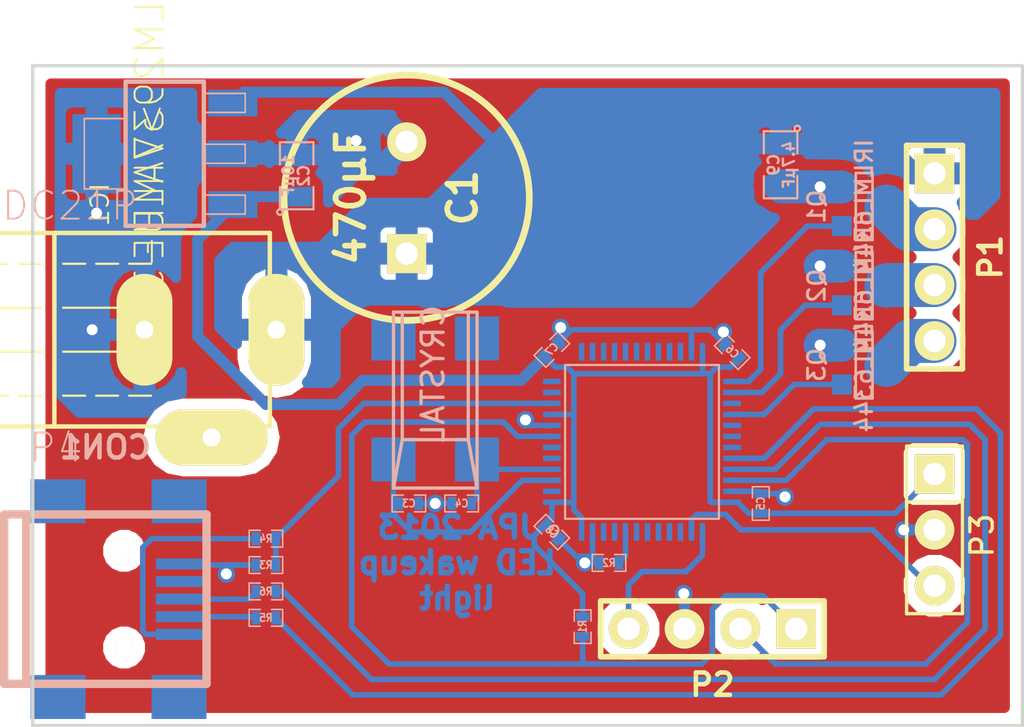
<source format=kicad_pcb>
(kicad_pcb (version 3) (host pcbnew "(2013-mar-13)-testing")

  (general
    (links 62)
    (no_connects 0)
    (area 73.924999 45.924999 119.075001 76.075001)
    (thickness 1.6)
    (drawings 5)
    (tracks 212)
    (zones 0)
    (modules 26)
    (nets 55)
  )

  (page A4)
  (layers
    (15 F.Cu signal hide)
    (0 B.Cu signal)
    (16 B.Adhes user)
    (17 F.Adhes user)
    (18 B.Paste user)
    (19 F.Paste user)
    (20 B.SilkS user)
    (21 F.SilkS user)
    (22 B.Mask user)
    (23 F.Mask user)
    (24 Dwgs.User user)
    (25 Cmts.User user)
    (26 Eco1.User user)
    (27 Eco2.User user)
    (28 Edge.Cuts user)
  )

  (setup
    (last_trace_width 1)
    (user_trace_width 0.5)
    (user_trace_width 1)
    (user_trace_width 1.5)
    (user_trace_width 2)
    (user_trace_width 10)
    (trace_clearance 0.2)
    (zone_clearance 0.5)
    (zone_45_only no)
    (trace_min 0.254)
    (segment_width 0.2)
    (edge_width 0.15)
    (via_size 0.8)
    (via_drill 0.5)
    (via_min_size 0.8)
    (via_min_drill 0.4)
    (uvia_size 0.508)
    (uvia_drill 0.127)
    (uvias_allowed no)
    (uvia_min_size 0.508)
    (uvia_min_drill 0.127)
    (pcb_text_width 0.3)
    (pcb_text_size 1 1)
    (mod_edge_width 0.15)
    (mod_text_size 1 1)
    (mod_text_width 0.15)
    (pad_size 1.8 1.8)
    (pad_drill 1.016)
    (pad_to_mask_clearance 0)
    (aux_axis_origin 74 46)
    (visible_elements FFFFFF1F)
    (pcbplotparams
      (layerselection 3178497)
      (usegerberextensions true)
      (excludeedgelayer true)
      (linewidth 0.150000)
      (plotframeref false)
      (viasonmask false)
      (mode 1)
      (useauxorigin false)
      (hpglpennumber 1)
      (hpglpenspeed 20)
      (hpglpendiameter 15)
      (hpglpenoverlay 2)
      (psnegative false)
      (psa4output false)
      (plotreference true)
      (plotvalue true)
      (plotothertext true)
      (plotinvisibletext false)
      (padsonsilk false)
      (subtractmaskfromsilk false)
      (outputformat 1)
      (mirror false)
      (drillshape 1)
      (scaleselection 1)
      (outputdirectory ""))
  )

  (net 0 "")
  (net 1 +12V)
  (net 2 +3.3V)
  (net 3 /BLUE)
  (net 4 /BOOT0)
  (net 5 /GREEN)
  (net 6 /IR_IN)
  (net 7 /NRST)
  (net 8 /RED)
  (net 9 /SWCLK)
  (net 10 /SWDIO)
  (net 11 /USB_DM)
  (net 12 /USB_DP)
  (net 13 /USB_VBUS)
  (net 14 GND)
  (net 15 N-000001)
  (net 16 N-0000011)
  (net 17 N-0000012)
  (net 18 N-0000015)
  (net 19 N-0000016)
  (net 20 N-0000017)
  (net 21 N-0000018)
  (net 22 N-0000019)
  (net 23 N-0000020)
  (net 24 N-0000021)
  (net 25 N-0000022)
  (net 26 N-0000023)
  (net 27 N-0000024)
  (net 28 N-0000025)
  (net 29 N-0000026)
  (net 30 N-0000027)
  (net 31 N-0000028)
  (net 32 N-0000029)
  (net 33 N-0000030)
  (net 34 N-0000031)
  (net 35 N-0000032)
  (net 36 N-0000033)
  (net 37 N-0000034)
  (net 38 N-0000035)
  (net 39 N-0000036)
  (net 40 N-0000037)
  (net 41 N-0000038)
  (net 42 N-0000039)
  (net 43 N-000004)
  (net 44 N-0000040)
  (net 45 N-0000041)
  (net 46 N-0000042)
  (net 47 N-0000045)
  (net 48 N-0000046)
  (net 49 N-0000047)
  (net 50 N-0000048)
  (net 51 N-000005)
  (net 52 N-0000051)
  (net 53 N-0000052)
  (net 54 N-0000053)

  (net_class Default "Tämä on oletuskytkentäverkkoluokka."
    (clearance 0.2)
    (trace_width 0.254)
    (via_dia 0.8)
    (via_drill 0.5)
    (uvia_dia 0.508)
    (uvia_drill 0.127)
    (add_net "")
    (add_net +12V)
    (add_net +3.3V)
    (add_net /BLUE)
    (add_net /BOOT0)
    (add_net /GREEN)
    (add_net /IR_IN)
    (add_net /NRST)
    (add_net /RED)
    (add_net /SWCLK)
    (add_net /SWDIO)
    (add_net /USB_DM)
    (add_net /USB_DP)
    (add_net /USB_VBUS)
    (add_net GND)
    (add_net N-000001)
    (add_net N-0000011)
    (add_net N-0000012)
    (add_net N-0000015)
    (add_net N-0000016)
    (add_net N-0000017)
    (add_net N-0000018)
    (add_net N-0000019)
    (add_net N-0000020)
    (add_net N-0000021)
    (add_net N-0000022)
    (add_net N-0000023)
    (add_net N-0000024)
    (add_net N-0000025)
    (add_net N-0000026)
    (add_net N-0000027)
    (add_net N-0000028)
    (add_net N-0000029)
    (add_net N-0000030)
    (add_net N-0000031)
    (add_net N-0000032)
    (add_net N-0000033)
    (add_net N-0000034)
    (add_net N-0000035)
    (add_net N-0000036)
    (add_net N-0000037)
    (add_net N-0000038)
    (add_net N-0000039)
    (add_net N-000004)
    (add_net N-0000040)
    (add_net N-0000041)
    (add_net N-0000042)
    (add_net N-0000045)
    (add_net N-0000046)
    (add_net N-0000047)
    (add_net N-0000048)
    (add_net N-000005)
    (add_net N-0000051)
    (add_net N-0000052)
    (add_net N-0000053)
  )

  (module dcsocket-DCSKTN (layer F.Cu) (tedit 522774A0) (tstamp 5227B3F7)
    (at 79 58 270)
    (descr "2.1 MM DC SOCKET NEGATIVE PIN")
    (tags "2.1 MM DC SOCKET NEGATIVE PIN")
    (path /522761DB)
    (attr virtual)
    (fp_text reference P4 (at 5.36448 3.94462 360) (layer B.SilkS)
      (effects (font (size 1.27 1.27) (thickness 0.0889)))
    )
    (fp_text value DC21P (at -5.63372 3.30962 360) (layer B.SilkS)
      (effects (font (size 1.27 1.27) (thickness 0.0889)))
    )
    (fp_line (start -4.39928 7.5184) (end 4.39928 7.5184) (layer F.SilkS) (width 0.2032))
    (fp_line (start -4.39928 -5.7785) (end -4.39928 4.01828) (layer F.SilkS) (width 0.2032))
    (fp_line (start -4.39928 4.01828) (end -4.39928 7.5184) (layer F.SilkS) (width 0.2032))
    (fp_line (start -2.59842 -5.7785) (end -4.39928 -5.7785) (layer F.SilkS) (width 0.2032))
    (fp_line (start 4.39928 -5.7785) (end 2.59842 -5.7785) (layer F.SilkS) (width 0.2032))
    (fp_line (start 2.52476 -5.7785) (end -2.52476 -5.7785) (layer F.SilkS) (width 0.2032))
    (fp_line (start 4.39928 7.5184) (end 4.39928 -0.2794) (layer F.SilkS) (width 0.2032))
    (fp_line (start 4.39928 -0.47752) (end 4.39928 -5.7785) (layer F.SilkS) (width 0.2032))
    (fp_line (start -4.39928 4.01828) (end 4.39928 4.01828) (layer F.SilkS) (width 0.2032))
    (fp_line (start -2.99974 7.11962) (end -2.99974 6.11886) (layer F.SilkS) (width 0.1016))
    (fp_line (start -2.99974 5.61848) (end -2.99974 4.61772) (layer F.SilkS) (width 0.1016))
    (fp_line (start -2.99974 3.6195) (end -2.99974 2.61874) (layer F.SilkS) (width 0.1016))
    (fp_line (start -2.99974 2.11836) (end -2.99974 1.1176) (layer F.SilkS) (width 0.1016))
    (fp_line (start -2.99974 0.61976) (end -2.99974 -0.37846) (layer F.SilkS) (width 0.1016))
    (fp_line (start 2.99974 7.11962) (end 2.99974 6.11886) (layer F.SilkS) (width 0.1016))
    (fp_line (start 2.99974 5.61848) (end 2.99974 4.61772) (layer F.SilkS) (width 0.1016))
    (fp_line (start 2.99974 3.6195) (end 2.99974 2.61874) (layer F.SilkS) (width 0.1016))
    (fp_line (start 2.99974 2.11836) (end 2.99974 1.1176) (layer F.SilkS) (width 0.1016))
    (fp_line (start 2.99974 0.61976) (end 2.99974 -0.37846) (layer F.SilkS) (width 0.1016))
    (fp_line (start -0.99822 6.61924) (end -0.99822 4.61772) (layer F.SilkS) (width 0.1016))
    (fp_line (start -0.99822 3.6195) (end -0.99822 1.1176) (layer F.SilkS) (width 0.1016))
    (fp_line (start 0.99822 6.61924) (end 0.99822 4.61772) (layer F.SilkS) (width 0.1016))
    (fp_line (start 0.99822 3.6195) (end 0.99822 1.1176) (layer F.SilkS) (width 0.1016))
    (fp_line (start -0.99822 6.61924) (end -0.49784 7.11962) (layer F.SilkS) (width 0.1016))
    (fp_line (start -0.49784 7.11962) (end 0.49784 7.11962) (layer F.SilkS) (width 0.1016))
    (fp_line (start 0.49784 7.11962) (end 0.99822 6.61924) (layer F.SilkS) (width 0.1016))
    (pad + thru_hole oval (at 0 -6.07822 270) (size 5.08 2.54) (drill 0.8128)
      (layers *.Cu F.Paste F.SilkS F.Mask)
      (net 1 +12V)
    )
    (pad - thru_hole oval (at 0 -0.07874 270) (size 5.08 2.54) (drill 0.8128)
      (layers *.Cu F.Paste F.SilkS F.Mask)
      (net 14 GND)
    )
    (pad C thru_hole oval (at 4.89966 -3.12928 270) (size 2.54 5.08) (drill 0.8128)
      (layers *.Cu F.Paste F.SilkS F.Mask)
      (net 31 N-0000028)
    )
  )

  (module SM0805 (layer B.Cu) (tedit 5091495C) (tstamp 52277440)
    (at 86 51 90)
    (path /522766B7)
    (attr smd)
    (fp_text reference C2 (at 0 0.3175 90) (layer B.SilkS)
      (effects (font (size 0.50038 0.50038) (thickness 0.10922)) (justify mirror))
    )
    (fp_text value 10µF (at 0 -0.381 90) (layer B.SilkS)
      (effects (font (size 0.50038 0.50038) (thickness 0.10922)) (justify mirror))
    )
    (fp_circle (center -1.651 -0.762) (end -1.651 -0.635) (layer B.SilkS) (width 0.09906))
    (fp_line (start -0.508 -0.762) (end -1.524 -0.762) (layer B.SilkS) (width 0.09906))
    (fp_line (start -1.524 -0.762) (end -1.524 0.762) (layer B.SilkS) (width 0.09906))
    (fp_line (start -1.524 0.762) (end -0.508 0.762) (layer B.SilkS) (width 0.09906))
    (fp_line (start 0.508 0.762) (end 1.524 0.762) (layer B.SilkS) (width 0.09906))
    (fp_line (start 1.524 0.762) (end 1.524 -0.762) (layer B.SilkS) (width 0.09906))
    (fp_line (start 1.524 -0.762) (end 0.508 -0.762) (layer B.SilkS) (width 0.09906))
    (pad 1 smd rect (at -0.9525 0 90) (size 0.889 1.397)
      (layers B.Cu B.Paste B.Mask)
      (net 2 +3.3V)
    )
    (pad 2 smd rect (at 0.9525 0 90) (size 0.889 1.397)
      (layers B.Cu B.Paste B.Mask)
      (net 14 GND)
    )
    (model smd/chip_cms.wrl
      (at (xyz 0 0 0))
      (scale (xyz 0.1 0.1 0.1))
      (rotate (xyz 0 0 0))
    )
  )

  (module SM0402_c (layer B.Cu) (tedit 516FD0AE) (tstamp 5227744C)
    (at 91.1 65.9)
    (path /52276EC3)
    (attr smd)
    (fp_text reference C3 (at 0 0) (layer B.SilkS)
      (effects (font (size 0.35052 0.3048) (thickness 0.07112)) (justify mirror))
    )
    (fp_text value 6.8pF (at 0.09906 0) (layer B.SilkS) hide
      (effects (font (size 0.35052 0.3048) (thickness 0.07112)) (justify mirror))
    )
    (fp_line (start -0.254 0.381) (end -0.762 0.381) (layer B.SilkS) (width 0.07112))
    (fp_line (start -0.762 0.381) (end -0.762 -0.381) (layer B.SilkS) (width 0.07112))
    (fp_line (start -0.762 -0.381) (end -0.254 -0.381) (layer B.SilkS) (width 0.07112))
    (fp_line (start 0.254 0.381) (end 0.762 0.381) (layer B.SilkS) (width 0.07112))
    (fp_line (start 0.762 0.381) (end 0.762 -0.381) (layer B.SilkS) (width 0.07112))
    (fp_line (start 0.762 -0.381) (end 0.254 -0.381) (layer B.SilkS) (width 0.07112))
    (pad 1 smd rect (at -0.44958 0) (size 0.39878 0.59944)
      (layers B.Cu B.Paste B.Mask)
      (net 16 N-0000011)
    )
    (pad 2 smd rect (at 0.44958 0) (size 0.39878 0.59944)
      (layers B.Cu B.Paste B.Mask)
      (net 14 GND)
    )
    (model smd/capacitors/C0402.wrl
      (at (xyz 0 0 0))
      (scale (xyz 0.27 0.27 0.27))
      (rotate (xyz 0 0 0))
    )
  )

  (module SM0402_c (layer B.Cu) (tedit 516FD0AE) (tstamp 52277458)
    (at 93.5 65.9 180)
    (path /52276EB6)
    (attr smd)
    (fp_text reference C4 (at 0 0 180) (layer B.SilkS)
      (effects (font (size 0.35052 0.3048) (thickness 0.07112)) (justify mirror))
    )
    (fp_text value 6.8pF (at 0.09906 0 180) (layer B.SilkS) hide
      (effects (font (size 0.35052 0.3048) (thickness 0.07112)) (justify mirror))
    )
    (fp_line (start -0.254 0.381) (end -0.762 0.381) (layer B.SilkS) (width 0.07112))
    (fp_line (start -0.762 0.381) (end -0.762 -0.381) (layer B.SilkS) (width 0.07112))
    (fp_line (start -0.762 -0.381) (end -0.254 -0.381) (layer B.SilkS) (width 0.07112))
    (fp_line (start 0.254 0.381) (end 0.762 0.381) (layer B.SilkS) (width 0.07112))
    (fp_line (start 0.762 0.381) (end 0.762 -0.381) (layer B.SilkS) (width 0.07112))
    (fp_line (start 0.762 -0.381) (end 0.254 -0.381) (layer B.SilkS) (width 0.07112))
    (pad 1 smd rect (at -0.44958 0 180) (size 0.39878 0.59944)
      (layers B.Cu B.Paste B.Mask)
      (net 17 N-0000012)
    )
    (pad 2 smd rect (at 0.44958 0 180) (size 0.39878 0.59944)
      (layers B.Cu B.Paste B.Mask)
      (net 14 GND)
    )
    (model smd/capacitors/C0402.wrl
      (at (xyz 0 0 0))
      (scale (xyz 0.27 0.27 0.27))
      (rotate (xyz 0 0 0))
    )
  )

  (module SM0402_c (layer B.Cu) (tedit 516FD0AE) (tstamp 52282B01)
    (at 107.1 65.9 90)
    (path /522767B4)
    (attr smd)
    (fp_text reference C5 (at 0 0 90) (layer B.SilkS)
      (effects (font (size 0.35052 0.3048) (thickness 0.07112)) (justify mirror))
    )
    (fp_text value 100nF (at 0.09906 0 90) (layer B.SilkS) hide
      (effects (font (size 0.35052 0.3048) (thickness 0.07112)) (justify mirror))
    )
    (fp_line (start -0.254 0.381) (end -0.762 0.381) (layer B.SilkS) (width 0.07112))
    (fp_line (start -0.762 0.381) (end -0.762 -0.381) (layer B.SilkS) (width 0.07112))
    (fp_line (start -0.762 -0.381) (end -0.254 -0.381) (layer B.SilkS) (width 0.07112))
    (fp_line (start 0.254 0.381) (end 0.762 0.381) (layer B.SilkS) (width 0.07112))
    (fp_line (start 0.762 0.381) (end 0.762 -0.381) (layer B.SilkS) (width 0.07112))
    (fp_line (start 0.762 -0.381) (end 0.254 -0.381) (layer B.SilkS) (width 0.07112))
    (pad 1 smd rect (at -0.44958 0 90) (size 0.39878 0.59944)
      (layers B.Cu B.Paste B.Mask)
      (net 2 +3.3V)
    )
    (pad 2 smd rect (at 0.44958 0 90) (size 0.39878 0.59944)
      (layers B.Cu B.Paste B.Mask)
      (net 14 GND)
    )
    (model smd/capacitors/C0402.wrl
      (at (xyz 0 0 0))
      (scale (xyz 0.27 0.27 0.27))
      (rotate (xyz 0 0 0))
    )
  )

  (module SM0402_c (layer B.Cu) (tedit 516FD0AE) (tstamp 52277470)
    (at 105.8 59 135)
    (path /522767E0)
    (attr smd)
    (fp_text reference C6 (at 0 0 135) (layer B.SilkS)
      (effects (font (size 0.35052 0.3048) (thickness 0.07112)) (justify mirror))
    )
    (fp_text value 100nF (at 0.09906 0 135) (layer B.SilkS) hide
      (effects (font (size 0.35052 0.3048) (thickness 0.07112)) (justify mirror))
    )
    (fp_line (start -0.254 0.381) (end -0.762 0.381) (layer B.SilkS) (width 0.07112))
    (fp_line (start -0.762 0.381) (end -0.762 -0.381) (layer B.SilkS) (width 0.07112))
    (fp_line (start -0.762 -0.381) (end -0.254 -0.381) (layer B.SilkS) (width 0.07112))
    (fp_line (start 0.254 0.381) (end 0.762 0.381) (layer B.SilkS) (width 0.07112))
    (fp_line (start 0.762 0.381) (end 0.762 -0.381) (layer B.SilkS) (width 0.07112))
    (fp_line (start 0.762 -0.381) (end 0.254 -0.381) (layer B.SilkS) (width 0.07112))
    (pad 1 smd rect (at -0.44958 0 135) (size 0.39878 0.59944)
      (layers B.Cu B.Paste B.Mask)
      (net 2 +3.3V)
    )
    (pad 2 smd rect (at 0.44958 0 135) (size 0.39878 0.59944)
      (layers B.Cu B.Paste B.Mask)
      (net 14 GND)
    )
    (model smd/capacitors/C0402.wrl
      (at (xyz 0 0 0))
      (scale (xyz 0.27 0.27 0.27))
      (rotate (xyz 0 0 0))
    )
  )

  (module SM0402_c (layer B.Cu) (tedit 516FD0AE) (tstamp 5227747C)
    (at 97.6 58.9 45)
    (path /522767E6)
    (attr smd)
    (fp_text reference C7 (at 0 0 45) (layer B.SilkS)
      (effects (font (size 0.35052 0.3048) (thickness 0.07112)) (justify mirror))
    )
    (fp_text value 100nF (at 0.09906 0 45) (layer B.SilkS) hide
      (effects (font (size 0.35052 0.3048) (thickness 0.07112)) (justify mirror))
    )
    (fp_line (start -0.254 0.381) (end -0.762 0.381) (layer B.SilkS) (width 0.07112))
    (fp_line (start -0.762 0.381) (end -0.762 -0.381) (layer B.SilkS) (width 0.07112))
    (fp_line (start -0.762 -0.381) (end -0.254 -0.381) (layer B.SilkS) (width 0.07112))
    (fp_line (start 0.254 0.381) (end 0.762 0.381) (layer B.SilkS) (width 0.07112))
    (fp_line (start 0.762 0.381) (end 0.762 -0.381) (layer B.SilkS) (width 0.07112))
    (fp_line (start 0.762 -0.381) (end 0.254 -0.381) (layer B.SilkS) (width 0.07112))
    (pad 1 smd rect (at -0.44958 0 45) (size 0.39878 0.59944)
      (layers B.Cu B.Paste B.Mask)
      (net 2 +3.3V)
    )
    (pad 2 smd rect (at 0.44958 0 45) (size 0.39878 0.59944)
      (layers B.Cu B.Paste B.Mask)
      (net 14 GND)
    )
    (model smd/capacitors/C0402.wrl
      (at (xyz 0 0 0))
      (scale (xyz 0.27 0.27 0.27))
      (rotate (xyz 0 0 0))
    )
  )

  (module SM0402_c (layer B.Cu) (tedit 516FD0AE) (tstamp 52277488)
    (at 97.6 67.2 315)
    (path /522767EC)
    (attr smd)
    (fp_text reference C8 (at 0 0 315) (layer B.SilkS)
      (effects (font (size 0.35052 0.3048) (thickness 0.07112)) (justify mirror))
    )
    (fp_text value 100nF (at 0.09906 0 315) (layer B.SilkS) hide
      (effects (font (size 0.35052 0.3048) (thickness 0.07112)) (justify mirror))
    )
    (fp_line (start -0.254 0.381) (end -0.762 0.381) (layer B.SilkS) (width 0.07112))
    (fp_line (start -0.762 0.381) (end -0.762 -0.381) (layer B.SilkS) (width 0.07112))
    (fp_line (start -0.762 -0.381) (end -0.254 -0.381) (layer B.SilkS) (width 0.07112))
    (fp_line (start 0.254 0.381) (end 0.762 0.381) (layer B.SilkS) (width 0.07112))
    (fp_line (start 0.762 0.381) (end 0.762 -0.381) (layer B.SilkS) (width 0.07112))
    (fp_line (start 0.762 -0.381) (end 0.254 -0.381) (layer B.SilkS) (width 0.07112))
    (pad 1 smd rect (at -0.44958 0 315) (size 0.39878 0.59944)
      (layers B.Cu B.Paste B.Mask)
      (net 2 +3.3V)
    )
    (pad 2 smd rect (at 0.44958 0 315) (size 0.39878 0.59944)
      (layers B.Cu B.Paste B.Mask)
      (net 14 GND)
    )
    (model smd/capacitors/C0402.wrl
      (at (xyz 0 0 0))
      (scale (xyz 0.27 0.27 0.27))
      (rotate (xyz 0 0 0))
    )
  )

  (module USB_MINI_B (layer B.Cu) (tedit 52282B48) (tstamp 5227749C)
    (at 77.3 70.25)
    (descr "USB Mini-B 5-pin SMD connector")
    (tags "USB, Mini-B, connector")
    (path /52276B14)
    (fp_text reference CON1 (at 0 -6.90118) (layer B.SilkS)
      (effects (font (size 1.016 1.016) (thickness 0.2032)) (justify mirror))
    )
    (fp_text value USB-MINI-B (at 0 7.0993) (layer B.SilkS) hide
      (effects (font (size 1.016 1.016) (thickness 0.2032)) (justify mirror))
    )
    (fp_line (start -3.59918 3.85064) (end -3.59918 -3.85064) (layer B.SilkS) (width 0.381))
    (fp_line (start -4.59994 3.85064) (end -4.59994 -3.85064) (layer B.SilkS) (width 0.381))
    (fp_line (start -4.59994 -3.85064) (end 4.59994 -3.85064) (layer B.SilkS) (width 0.381))
    (fp_line (start 4.59994 -3.85064) (end 4.59994 3.85064) (layer B.SilkS) (width 0.381))
    (fp_line (start 4.59994 3.85064) (end -4.59994 3.85064) (layer B.SilkS) (width 0.381))
    (pad 1 smd rect (at 3.44932 1.6002) (size 2.30124 0.50038)
      (layers B.Cu B.Paste B.Mask)
      (net 54 N-0000053)
    )
    (pad 2 smd rect (at 3.44932 0.8001) (size 2.30124 0.50038)
      (layers B.Cu B.Paste B.Mask)
      (net 53 N-0000052)
    )
    (pad 3 smd rect (at 3.44932 0) (size 2.30124 0.50038)
      (layers B.Cu B.Paste B.Mask)
      (net 52 N-0000051)
    )
    (pad 4 smd rect (at 3.44932 -0.8001) (size 2.30124 0.50038)
      (layers B.Cu B.Paste B.Mask)
      (net 36 N-0000033)
    )
    (pad 5 smd rect (at 3.44932 -1.6002) (size 2.30124 0.50038)
      (layers B.Cu B.Paste B.Mask)
      (net 14 GND)
    )
    (pad 6 smd rect (at 3.35026 4.45008) (size 2.49936 1.99898)
      (layers B.Cu B.Paste B.Mask)
      (net 35 N-0000032)
    )
    (pad 7 smd rect (at -2.14884 4.45008) (size 2.49936 1.99898)
      (layers B.Cu B.Paste B.Mask)
      (net 34 N-0000031)
    )
    (pad 8 smd rect (at 3.35026 -4.45008) (size 2.49936 1.99898)
      (layers B.Cu B.Paste B.Mask)
      (net 33 N-0000030)
    )
    (pad 9 smd rect (at -2.14884 -4.45008) (size 2.49936 1.99898)
      (layers B.Cu B.Paste B.Mask)
      (net 32 N-0000029)
    )
    (pad "" np_thru_hole circle (at 0.8509 2.19964) (size 0.89916 0.89916) (drill 0.89916)
      (layers *.Cu *.Mask B.SilkS)
    )
    (pad "" np_thru_hole circle (at 0.8509 -2.19964) (size 0.89916 0.89916) (drill 0.89916)
      (layers *.Cu *.Mask B.SilkS)
    )
  )

  (module lm2937-SOT223 (layer B.Cu) (tedit 52277F55) (tstamp 522774C9)
    (at 80 50 270)
    (descr SOT-223)
    (tags SOT-223)
    (path /52276107)
    (attr smd)
    (fp_text reference IC1 (at 2.3114 2.9464 270) (layer F.SilkS)
      (effects (font (size 0.8128 0.8128) (thickness 0.0889)) (justify mirror))
    )
    (fp_text value LM2937IMP-3.3 (at 0.635 0.6858 270) (layer F.SilkS)
      (effects (font (size 1.27 1.27) (thickness 0.0889)) (justify mirror))
    )
    (fp_line (start -1.6002 1.80086) (end 1.6002 1.80086) (layer B.SilkS) (width 0.06604))
    (fp_line (start 1.6002 1.80086) (end 1.6002 3.6576) (layer B.SilkS) (width 0.06604))
    (fp_line (start -1.6002 3.6576) (end 1.6002 3.6576) (layer B.SilkS) (width 0.06604))
    (fp_line (start -1.6002 1.80086) (end -1.6002 3.6576) (layer B.SilkS) (width 0.06604))
    (fp_line (start -0.4318 -3.6576) (end 0.4318 -3.6576) (layer B.SilkS) (width 0.06604))
    (fp_line (start 0.4318 -3.6576) (end 0.4318 -1.80086) (layer B.SilkS) (width 0.06604))
    (fp_line (start -0.4318 -1.80086) (end 0.4318 -1.80086) (layer B.SilkS) (width 0.06604))
    (fp_line (start -0.4318 -3.6576) (end -0.4318 -1.80086) (layer B.SilkS) (width 0.06604))
    (fp_line (start -2.7432 -3.6576) (end -1.8796 -3.6576) (layer B.SilkS) (width 0.06604))
    (fp_line (start -1.8796 -3.6576) (end -1.8796 -1.80086) (layer B.SilkS) (width 0.06604))
    (fp_line (start -2.7432 -1.80086) (end -1.8796 -1.80086) (layer B.SilkS) (width 0.06604))
    (fp_line (start -2.7432 -3.6576) (end -2.7432 -1.80086) (layer B.SilkS) (width 0.06604))
    (fp_line (start 1.8796 -3.6576) (end 2.7432 -3.6576) (layer B.SilkS) (width 0.06604))
    (fp_line (start 2.7432 -3.6576) (end 2.7432 -1.80086) (layer B.SilkS) (width 0.06604))
    (fp_line (start 1.8796 -1.80086) (end 2.7432 -1.80086) (layer B.SilkS) (width 0.06604))
    (fp_line (start 1.8796 -3.6576) (end 1.8796 -1.80086) (layer B.SilkS) (width 0.06604))
    (fp_line (start -1.6002 1.80086) (end 1.6002 1.80086) (layer B.SilkS) (width 0.06604))
    (fp_line (start 1.6002 1.80086) (end 1.6002 3.6576) (layer B.SilkS) (width 0.06604))
    (fp_line (start -1.6002 3.6576) (end 1.6002 3.6576) (layer B.SilkS) (width 0.06604))
    (fp_line (start -1.6002 1.80086) (end -1.6002 3.6576) (layer B.SilkS) (width 0.06604))
    (fp_line (start -0.4318 -3.6576) (end 0.4318 -3.6576) (layer B.SilkS) (width 0.06604))
    (fp_line (start 0.4318 -3.6576) (end 0.4318 -1.80086) (layer B.SilkS) (width 0.06604))
    (fp_line (start -0.4318 -1.80086) (end 0.4318 -1.80086) (layer B.SilkS) (width 0.06604))
    (fp_line (start -0.4318 -3.6576) (end -0.4318 -1.80086) (layer B.SilkS) (width 0.06604))
    (fp_line (start -2.7432 -3.6576) (end -1.8796 -3.6576) (layer B.SilkS) (width 0.06604))
    (fp_line (start -1.8796 -3.6576) (end -1.8796 -1.80086) (layer B.SilkS) (width 0.06604))
    (fp_line (start -2.7432 -1.80086) (end -1.8796 -1.80086) (layer B.SilkS) (width 0.06604))
    (fp_line (start -2.7432 -3.6576) (end -2.7432 -1.80086) (layer B.SilkS) (width 0.06604))
    (fp_line (start 1.8796 -3.6576) (end 2.7432 -3.6576) (layer B.SilkS) (width 0.06604))
    (fp_line (start 2.7432 -3.6576) (end 2.7432 -1.80086) (layer B.SilkS) (width 0.06604))
    (fp_line (start 1.8796 -1.80086) (end 2.7432 -1.80086) (layer B.SilkS) (width 0.06604))
    (fp_line (start 1.8796 -3.6576) (end 1.8796 -1.80086) (layer B.SilkS) (width 0.06604))
    (fp_line (start 3.2766 1.778) (end 3.2766 -1.778) (layer B.SilkS) (width 0.19812))
    (fp_line (start 3.2766 -1.778) (end -3.2766 -1.778) (layer B.SilkS) (width 0.19812))
    (fp_line (start -3.2766 -1.778) (end -3.2766 1.778) (layer B.SilkS) (width 0.19812))
    (fp_line (start -3.2766 1.778) (end 3.2766 1.778) (layer B.SilkS) (width 0.19812))
    (fp_text user >VALUE (at 1.27 0.6858 270) (layer F.SilkS)
      (effects (font (size 1.27 1.27) (thickness 0.0889)) (justify mirror))
    )
    (pad GND smd rect (at 0 -3.0988 270) (size 1.21666 2.23266)
      (layers B.Cu B.Paste B.Mask)
      (net 14 GND)
    )
    (pad GND smd rect (at 0 3.0988 270) (size 3.59918 2.19964)
      (layers B.Cu B.Paste B.Mask)
      (net 14 GND)
    )
    (pad IN smd rect (at -2.30886 -3.0988 270) (size 1.21666 2.23266)
      (layers B.Cu B.Paste B.Mask)
      (net 1 +12V)
    )
    (pad OUT smd rect (at 2.30886 -3.0988 270) (size 1.21666 2.23266)
      (layers B.Cu B.Paste B.Mask)
      (net 2 +3.3V)
    )
  )

  (module PIN_ARRAY_4x1 (layer F.Cu) (tedit 522830EB) (tstamp 522774D5)
    (at 115 54.7 270)
    (descr "Double rangee de contacts 2 x 5 pins")
    (tags CONN)
    (path /52277514)
    (fp_text reference P1 (at 0 -2.54 270) (layer F.SilkS)
      (effects (font (size 1.016 1.016) (thickness 0.2032)))
    )
    (fp_text value LED_STRIP (at 0 2.54 270) (layer F.SilkS) hide
      (effects (font (size 1.016 1.016) (thickness 0.2032)))
    )
    (fp_line (start 5.08 1.27) (end -5.08 1.27) (layer F.SilkS) (width 0.254))
    (fp_line (start 5.08 -1.27) (end -5.08 -1.27) (layer F.SilkS) (width 0.254))
    (fp_line (start -5.08 -1.27) (end -5.08 1.27) (layer F.SilkS) (width 0.254))
    (fp_line (start 5.08 1.27) (end 5.08 -1.27) (layer F.SilkS) (width 0.254))
    (pad 1 thru_hole rect (at -3.81 0 270) (size 1.8 1.8) (drill 1.016)
      (layers *.Cu *.Mask F.SilkS)
      (net 1 +12V)
    )
    (pad 2 thru_hole circle (at -1.27 0 270) (size 1.8 1.8) (drill 1.016)
      (layers *.Cu *.Mask F.SilkS)
      (net 51 N-000005)
    )
    (pad 3 thru_hole circle (at 1.27 0 270) (size 1.8 1.8) (drill 1.016)
      (layers *.Cu *.Mask F.SilkS)
      (net 43 N-000004)
    )
    (pad 4 thru_hole circle (at 3.81 0 270) (size 1.8 1.8) (drill 1.016)
      (layers *.Cu *.Mask F.SilkS)
      (net 15 N-000001)
    )
    (model pin_array\pins_array_4x1.wrl
      (at (xyz 0 0 0))
      (scale (xyz 1 1 1))
      (rotate (xyz 0 0 0))
    )
  )

  (module PIN_ARRAY_3X1 (layer F.Cu) (tedit 522830CB) (tstamp 522774F0)
    (at 115 67.1 270)
    (descr "Connecteur 3 pins")
    (tags "CONN DEV")
    (path /522778BF)
    (fp_text reference P3 (at 0.254 -2.159 270) (layer F.SilkS)
      (effects (font (size 1.016 1.016) (thickness 0.1524)))
    )
    (fp_text value IR (at 0 -2.159 270) (layer F.SilkS) hide
      (effects (font (size 1.016 1.016) (thickness 0.1524)))
    )
    (fp_line (start -3.81 1.27) (end -3.81 -1.27) (layer F.SilkS) (width 0.1524))
    (fp_line (start -3.81 -1.27) (end 3.81 -1.27) (layer F.SilkS) (width 0.1524))
    (fp_line (start 3.81 -1.27) (end 3.81 1.27) (layer F.SilkS) (width 0.1524))
    (fp_line (start 3.81 1.27) (end -3.81 1.27) (layer F.SilkS) (width 0.1524))
    (fp_line (start -1.27 -1.27) (end -1.27 1.27) (layer F.SilkS) (width 0.1524))
    (pad 1 thru_hole rect (at -2.54 0 270) (size 1.8 1.8) (drill 1.016)
      (layers *.Cu *.Mask F.SilkS)
      (net 2 +3.3V)
    )
    (pad 2 thru_hole circle (at 0 0 270) (size 1.8 1.8) (drill 1.016)
      (layers *.Cu *.Mask F.SilkS)
      (net 14 GND)
    )
    (pad 3 thru_hole circle (at 2.54 0 270) (size 1.8 1.8) (drill 1.016)
      (layers *.Cu *.Mask F.SilkS)
      (net 6 /IR_IN)
    )
    (model pin_array/pins_array_3x1.wrl
      (at (xyz 0 0 0))
      (scale (xyz 1 1 1))
      (rotate (xyz 0 0 0))
    )
  )

  (module SOT23GDS (layer B.Cu) (tedit 50911E03) (tstamp 5227BA67)
    (at 111.8 52.4 270)
    (descr "Module CMS SOT23 Transistore EBC")
    (tags "CMS SOT")
    (path /52277644)
    (attr smd)
    (fp_text reference Q1 (at 0 2.159 270) (layer B.SilkS)
      (effects (font (size 0.762 0.762) (thickness 0.12954)) (justify mirror))
    )
    (fp_text value IRLML6344 (at 0 0 270) (layer B.SilkS)
      (effects (font (size 0.762 0.762) (thickness 0.12954)) (justify mirror))
    )
    (fp_line (start -1.524 0.381) (end 1.524 0.381) (layer B.SilkS) (width 0.11938))
    (fp_line (start 1.524 0.381) (end 1.524 -0.381) (layer B.SilkS) (width 0.11938))
    (fp_line (start 1.524 -0.381) (end -1.524 -0.381) (layer B.SilkS) (width 0.11938))
    (fp_line (start -1.524 -0.381) (end -1.524 0.381) (layer B.SilkS) (width 0.11938))
    (pad S smd rect (at -0.889 1.016 270) (size 0.9144 0.9144)
      (layers B.Cu B.Paste B.Mask)
      (net 14 GND)
    )
    (pad G smd rect (at 0.889 1.016 270) (size 0.9144 0.9144)
      (layers B.Cu B.Paste B.Mask)
      (net 8 /RED)
    )
    (pad D smd rect (at 0 -1.016 270) (size 0.9144 0.9144)
      (layers B.Cu B.Paste B.Mask)
      (net 51 N-000005)
    )
    (model smd/cms_sot23.wrl
      (at (xyz 0 0 0))
      (scale (xyz 0.13 0.15 0.15))
      (rotate (xyz 0 0 0))
    )
  )

  (module SOT23GDS (layer B.Cu) (tedit 50911E03) (tstamp 52277527)
    (at 111.8 56 270)
    (descr "Module CMS SOT23 Transistore EBC")
    (tags "CMS SOT")
    (path /5227763D)
    (attr smd)
    (fp_text reference Q2 (at 0 2.159 270) (layer B.SilkS)
      (effects (font (size 0.762 0.762) (thickness 0.12954)) (justify mirror))
    )
    (fp_text value IRLML6344 (at 0 0 270) (layer B.SilkS)
      (effects (font (size 0.762 0.762) (thickness 0.12954)) (justify mirror))
    )
    (fp_line (start -1.524 0.381) (end 1.524 0.381) (layer B.SilkS) (width 0.11938))
    (fp_line (start 1.524 0.381) (end 1.524 -0.381) (layer B.SilkS) (width 0.11938))
    (fp_line (start 1.524 -0.381) (end -1.524 -0.381) (layer B.SilkS) (width 0.11938))
    (fp_line (start -1.524 -0.381) (end -1.524 0.381) (layer B.SilkS) (width 0.11938))
    (pad S smd rect (at -0.889 1.016 270) (size 0.9144 0.9144)
      (layers B.Cu B.Paste B.Mask)
      (net 14 GND)
    )
    (pad G smd rect (at 0.889 1.016 270) (size 0.9144 0.9144)
      (layers B.Cu B.Paste B.Mask)
      (net 5 /GREEN)
    )
    (pad D smd rect (at 0 -1.016 270) (size 0.9144 0.9144)
      (layers B.Cu B.Paste B.Mask)
      (net 43 N-000004)
    )
    (model smd/cms_sot23.wrl
      (at (xyz 0 0 0))
      (scale (xyz 0.13 0.15 0.15))
      (rotate (xyz 0 0 0))
    )
  )

  (module SOT23GDS (layer B.Cu) (tedit 50911E03) (tstamp 52277532)
    (at 111.8 59.6 270)
    (descr "Module CMS SOT23 Transistore EBC")
    (tags "CMS SOT")
    (path /5227756E)
    (attr smd)
    (fp_text reference Q3 (at 0 2.159 270) (layer B.SilkS)
      (effects (font (size 0.762 0.762) (thickness 0.12954)) (justify mirror))
    )
    (fp_text value IRLML6344 (at 0 0 270) (layer B.SilkS)
      (effects (font (size 0.762 0.762) (thickness 0.12954)) (justify mirror))
    )
    (fp_line (start -1.524 0.381) (end 1.524 0.381) (layer B.SilkS) (width 0.11938))
    (fp_line (start 1.524 0.381) (end 1.524 -0.381) (layer B.SilkS) (width 0.11938))
    (fp_line (start 1.524 -0.381) (end -1.524 -0.381) (layer B.SilkS) (width 0.11938))
    (fp_line (start -1.524 -0.381) (end -1.524 0.381) (layer B.SilkS) (width 0.11938))
    (pad S smd rect (at -0.889 1.016 270) (size 0.9144 0.9144)
      (layers B.Cu B.Paste B.Mask)
      (net 14 GND)
    )
    (pad G smd rect (at 0.889 1.016 270) (size 0.9144 0.9144)
      (layers B.Cu B.Paste B.Mask)
      (net 3 /BLUE)
    )
    (pad D smd rect (at 0 -1.016 270) (size 0.9144 0.9144)
      (layers B.Cu B.Paste B.Mask)
      (net 15 N-000001)
    )
    (model smd/cms_sot23.wrl
      (at (xyz 0 0 0))
      (scale (xyz 0.13 0.15 0.15))
      (rotate (xyz 0 0 0))
    )
  )

  (module SM0402_r (layer B.Cu) (tedit 5141C458) (tstamp 5227753E)
    (at 99 71.5 270)
    (path /52277118)
    (attr smd)
    (fp_text reference R1 (at 0 0 270) (layer B.SilkS)
      (effects (font (size 0.35052 0.3048) (thickness 0.07112)) (justify mirror))
    )
    (fp_text value 10k (at 0.09906 0 270) (layer B.SilkS) hide
      (effects (font (size 0.35052 0.3048) (thickness 0.07112)) (justify mirror))
    )
    (fp_line (start -0.254 0.381) (end -0.762 0.381) (layer B.SilkS) (width 0.07112))
    (fp_line (start -0.762 0.381) (end -0.762 -0.381) (layer B.SilkS) (width 0.07112))
    (fp_line (start -0.762 -0.381) (end -0.254 -0.381) (layer B.SilkS) (width 0.07112))
    (fp_line (start 0.254 0.381) (end 0.762 0.381) (layer B.SilkS) (width 0.07112))
    (fp_line (start 0.762 0.381) (end 0.762 -0.381) (layer B.SilkS) (width 0.07112))
    (fp_line (start 0.762 -0.381) (end 0.254 -0.381) (layer B.SilkS) (width 0.07112))
    (pad 1 smd rect (at -0.44958 0 270) (size 0.39878 0.59944)
      (layers B.Cu B.Paste B.Mask)
      (net 2 +3.3V)
    )
    (pad 2 smd rect (at 0.44958 0 270) (size 0.39878 0.59944)
      (layers B.Cu B.Paste B.Mask)
      (net 7 /NRST)
    )
    (model smd/resistors/R0402.wrl
      (at (xyz 0 0 0))
      (scale (xyz 0.27 0.27 0.27))
      (rotate (xyz 0 0 0))
    )
  )

  (module SM0402_r (layer B.Cu) (tedit 5141C458) (tstamp 5227754A)
    (at 100.2 68.6 180)
    (path /5227712A)
    (attr smd)
    (fp_text reference R2 (at 0 0 180) (layer B.SilkS)
      (effects (font (size 0.35052 0.3048) (thickness 0.07112)) (justify mirror))
    )
    (fp_text value 10k (at 0.09906 0 180) (layer B.SilkS) hide
      (effects (font (size 0.35052 0.3048) (thickness 0.07112)) (justify mirror))
    )
    (fp_line (start -0.254 0.381) (end -0.762 0.381) (layer B.SilkS) (width 0.07112))
    (fp_line (start -0.762 0.381) (end -0.762 -0.381) (layer B.SilkS) (width 0.07112))
    (fp_line (start -0.762 -0.381) (end -0.254 -0.381) (layer B.SilkS) (width 0.07112))
    (fp_line (start 0.254 0.381) (end 0.762 0.381) (layer B.SilkS) (width 0.07112))
    (fp_line (start 0.762 0.381) (end 0.762 -0.381) (layer B.SilkS) (width 0.07112))
    (fp_line (start 0.762 -0.381) (end 0.254 -0.381) (layer B.SilkS) (width 0.07112))
    (pad 1 smd rect (at -0.44958 0 180) (size 0.39878 0.59944)
      (layers B.Cu B.Paste B.Mask)
      (net 4 /BOOT0)
    )
    (pad 2 smd rect (at 0.44958 0 180) (size 0.39878 0.59944)
      (layers B.Cu B.Paste B.Mask)
      (net 14 GND)
    )
    (model smd/resistors/R0402.wrl
      (at (xyz 0 0 0))
      (scale (xyz 0.27 0.27 0.27))
      (rotate (xyz 0 0 0))
    )
  )

  (module SM0402_r (layer B.Cu) (tedit 5141C458) (tstamp 52277556)
    (at 84.6 68.7 180)
    (path /52276CD0)
    (attr smd)
    (fp_text reference R3 (at 0 0 180) (layer B.SilkS)
      (effects (font (size 0.35052 0.3048) (thickness 0.07112)) (justify mirror))
    )
    (fp_text value 10k (at 0.09906 0 180) (layer B.SilkS) hide
      (effects (font (size 0.35052 0.3048) (thickness 0.07112)) (justify mirror))
    )
    (fp_line (start -0.254 0.381) (end -0.762 0.381) (layer B.SilkS) (width 0.07112))
    (fp_line (start -0.762 0.381) (end -0.762 -0.381) (layer B.SilkS) (width 0.07112))
    (fp_line (start -0.762 -0.381) (end -0.254 -0.381) (layer B.SilkS) (width 0.07112))
    (fp_line (start 0.254 0.381) (end 0.762 0.381) (layer B.SilkS) (width 0.07112))
    (fp_line (start 0.762 0.381) (end 0.762 -0.381) (layer B.SilkS) (width 0.07112))
    (fp_line (start 0.762 -0.381) (end 0.254 -0.381) (layer B.SilkS) (width 0.07112))
    (pad 1 smd rect (at -0.44958 0 180) (size 0.39878 0.59944)
      (layers B.Cu B.Paste B.Mask)
      (net 13 /USB_VBUS)
    )
    (pad 2 smd rect (at 0.44958 0 180) (size 0.39878 0.59944)
      (layers B.Cu B.Paste B.Mask)
      (net 14 GND)
    )
    (model smd/resistors/R0402.wrl
      (at (xyz 0 0 0))
      (scale (xyz 0.27 0.27 0.27))
      (rotate (xyz 0 0 0))
    )
  )

  (module SM0402_r (layer B.Cu) (tedit 5141C458) (tstamp 52277562)
    (at 84.6 67.5 180)
    (path /52276CDD)
    (attr smd)
    (fp_text reference R4 (at 0 0 180) (layer B.SilkS)
      (effects (font (size 0.35052 0.3048) (thickness 0.07112)) (justify mirror))
    )
    (fp_text value 10k (at 0.09906 0 180) (layer B.SilkS) hide
      (effects (font (size 0.35052 0.3048) (thickness 0.07112)) (justify mirror))
    )
    (fp_line (start -0.254 0.381) (end -0.762 0.381) (layer B.SilkS) (width 0.07112))
    (fp_line (start -0.762 0.381) (end -0.762 -0.381) (layer B.SilkS) (width 0.07112))
    (fp_line (start -0.762 -0.381) (end -0.254 -0.381) (layer B.SilkS) (width 0.07112))
    (fp_line (start 0.254 0.381) (end 0.762 0.381) (layer B.SilkS) (width 0.07112))
    (fp_line (start 0.762 0.381) (end 0.762 -0.381) (layer B.SilkS) (width 0.07112))
    (fp_line (start 0.762 -0.381) (end 0.254 -0.381) (layer B.SilkS) (width 0.07112))
    (pad 1 smd rect (at -0.44958 0 180) (size 0.39878 0.59944)
      (layers B.Cu B.Paste B.Mask)
      (net 13 /USB_VBUS)
    )
    (pad 2 smd rect (at 0.44958 0 180) (size 0.39878 0.59944)
      (layers B.Cu B.Paste B.Mask)
      (net 54 N-0000053)
    )
    (model smd/resistors/R0402.wrl
      (at (xyz 0 0 0))
      (scale (xyz 0.27 0.27 0.27))
      (rotate (xyz 0 0 0))
    )
  )

  (module SM0402_r (layer B.Cu) (tedit 5141C458) (tstamp 5227756E)
    (at 84.6 71.1 180)
    (path /52276B96)
    (attr smd)
    (fp_text reference R5 (at 0 0 180) (layer B.SilkS)
      (effects (font (size 0.35052 0.3048) (thickness 0.07112)) (justify mirror))
    )
    (fp_text value 27R (at 0.09906 0 180) (layer B.SilkS) hide
      (effects (font (size 0.35052 0.3048) (thickness 0.07112)) (justify mirror))
    )
    (fp_line (start -0.254 0.381) (end -0.762 0.381) (layer B.SilkS) (width 0.07112))
    (fp_line (start -0.762 0.381) (end -0.762 -0.381) (layer B.SilkS) (width 0.07112))
    (fp_line (start -0.762 -0.381) (end -0.254 -0.381) (layer B.SilkS) (width 0.07112))
    (fp_line (start 0.254 0.381) (end 0.762 0.381) (layer B.SilkS) (width 0.07112))
    (fp_line (start 0.762 0.381) (end 0.762 -0.381) (layer B.SilkS) (width 0.07112))
    (fp_line (start 0.762 -0.381) (end 0.254 -0.381) (layer B.SilkS) (width 0.07112))
    (pad 1 smd rect (at -0.44958 0 180) (size 0.39878 0.59944)
      (layers B.Cu B.Paste B.Mask)
      (net 11 /USB_DM)
    )
    (pad 2 smd rect (at 0.44958 0 180) (size 0.39878 0.59944)
      (layers B.Cu B.Paste B.Mask)
      (net 53 N-0000052)
    )
    (model smd/resistors/R0402.wrl
      (at (xyz 0 0 0))
      (scale (xyz 0.27 0.27 0.27))
      (rotate (xyz 0 0 0))
    )
  )

  (module SM0402_r (layer B.Cu) (tedit 5141C458) (tstamp 5227757A)
    (at 84.6 69.9 180)
    (path /52276BA8)
    (attr smd)
    (fp_text reference R6 (at 0 0 180) (layer B.SilkS)
      (effects (font (size 0.35052 0.3048) (thickness 0.07112)) (justify mirror))
    )
    (fp_text value 27R (at 0.09906 0 180) (layer B.SilkS) hide
      (effects (font (size 0.35052 0.3048) (thickness 0.07112)) (justify mirror))
    )
    (fp_line (start -0.254 0.381) (end -0.762 0.381) (layer B.SilkS) (width 0.07112))
    (fp_line (start -0.762 0.381) (end -0.762 -0.381) (layer B.SilkS) (width 0.07112))
    (fp_line (start -0.762 -0.381) (end -0.254 -0.381) (layer B.SilkS) (width 0.07112))
    (fp_line (start 0.254 0.381) (end 0.762 0.381) (layer B.SilkS) (width 0.07112))
    (fp_line (start 0.762 0.381) (end 0.762 -0.381) (layer B.SilkS) (width 0.07112))
    (fp_line (start 0.762 -0.381) (end 0.254 -0.381) (layer B.SilkS) (width 0.07112))
    (pad 1 smd rect (at -0.44958 0 180) (size 0.39878 0.59944)
      (layers B.Cu B.Paste B.Mask)
      (net 12 /USB_DP)
    )
    (pad 2 smd rect (at 0.44958 0 180) (size 0.39878 0.59944)
      (layers B.Cu B.Paste B.Mask)
      (net 52 N-0000051)
    )
    (model smd/resistors/R0402.wrl
      (at (xyz 0 0 0))
      (scale (xyz 0.27 0.27 0.27))
      (rotate (xyz 0 0 0))
    )
  )

  (module LQFP48 (layer B.Cu) (tedit 4C433D64) (tstamp 522775B3)
    (at 101.7 63.1)
    (path /52276782)
    (attr smd)
    (fp_text reference U1 (at 0 0.381) (layer Cmts.User)
      (effects (font (size 0.508 0.508) (thickness 0.1016)) (justify mirror))
    )
    (fp_text value STM32L151C8 (at 0 -0.381) (layer Cmts.User) hide
      (effects (font (size 0.508 0.508) (thickness 0.1016)) (justify mirror))
    )
    (fp_circle (center -3.99796 3.99796) (end -3.99796 4.19862) (layer B.SilkS) (width 0.09906))
    (fp_line (start -3.49758 3.49758) (end -3.49758 -3.49758) (layer B.SilkS) (width 0.09906))
    (fp_line (start -3.49758 -3.49758) (end 3.49758 -3.49758) (layer B.SilkS) (width 0.09906))
    (fp_line (start 3.49758 -3.49758) (end 3.49758 3.49758) (layer B.SilkS) (width 0.09906))
    (fp_line (start 3.49758 3.49758) (end -3.49758 3.49758) (layer B.SilkS) (width 0.09906))
    (pad 12 smd rect (at -4.09702 -2.74828) (size 0.8001 0.24892)
      (layers B.Cu B.Paste B.Mask)
      (net 46 N-0000042)
    )
    (pad 11 smd rect (at -4.09702 -2.2479) (size 0.8001 0.25146)
      (layers B.Cu B.Paste B.Mask)
      (net 21 N-0000018)
    )
    (pad 10 smd rect (at -4.09702 -1.74752) (size 0.8001 0.25146)
      (layers B.Cu B.Paste B.Mask)
      (net 13 /USB_VBUS)
    )
    (pad 9 smd rect (at -4.09702 -1.24714) (size 0.8001 0.25146)
      (layers B.Cu B.Paste B.Mask)
      (net 2 +3.3V)
    )
    (pad 8 smd rect (at -4.09702 -0.7493) (size 0.8001 0.24892)
      (layers B.Cu B.Paste B.Mask)
      (net 14 GND)
    )
    (pad 7 smd rect (at -4.09702 -0.24892) (size 0.8001 0.24892)
      (layers B.Cu B.Paste B.Mask)
      (net 7 /NRST)
    )
    (pad 6 smd rect (at -4.09702 0.24892) (size 0.8001 0.24892)
      (layers B.Cu B.Paste B.Mask)
      (net 49 N-0000047)
    )
    (pad 5 smd rect (at -4.09702 0.7493) (size 0.8001 0.24892)
      (layers B.Cu B.Paste B.Mask)
      (net 50 N-0000048)
    )
    (pad 4 smd rect (at -4.09702 1.24714) (size 0.8001 0.25146)
      (layers B.Cu B.Paste B.Mask)
      (net 17 N-0000012)
    )
    (pad 3 smd rect (at -4.09702 1.74752) (size 0.8001 0.25146)
      (layers B.Cu B.Paste B.Mask)
      (net 16 N-0000011)
    )
    (pad 2 smd rect (at -4.09702 2.2479) (size 0.8001 0.25146)
      (layers B.Cu B.Paste B.Mask)
      (net 48 N-0000046)
    )
    (pad 1 smd rect (at -4.09702 2.74828) (size 0.8001 0.24892)
      (layers B.Cu B.Paste B.Mask)
      (net 2 +3.3V)
    )
    (pad 48 smd rect (at -2.74828 4.09702) (size 0.24892 0.8001)
      (layers B.Cu B.Paste B.Mask)
      (net 2 +3.3V)
    )
    (pad 47 smd rect (at -2.2479 4.09702) (size 0.25146 0.8001)
      (layers B.Cu B.Paste B.Mask)
      (net 14 GND)
    )
    (pad 46 smd rect (at -1.74752 4.09702) (size 0.25146 0.8001)
      (layers B.Cu B.Paste B.Mask)
      (net 22 N-0000019)
    )
    (pad 45 smd rect (at -1.24714 4.09702) (size 0.25146 0.8001)
      (layers B.Cu B.Paste B.Mask)
      (net 23 N-0000020)
    )
    (pad 44 smd rect (at -0.7493 4.09702) (size 0.24892 0.8001)
      (layers B.Cu B.Paste B.Mask)
      (net 4 /BOOT0)
    )
    (pad 43 smd rect (at -0.24892 4.09702) (size 0.24892 0.8001)
      (layers B.Cu B.Paste B.Mask)
      (net 24 N-0000021)
    )
    (pad 42 smd rect (at 0.24892 4.09702) (size 0.24892 0.8001)
      (layers B.Cu B.Paste B.Mask)
      (net 25 N-0000022)
    )
    (pad 41 smd rect (at 0.7493 4.09702) (size 0.24892 0.8001)
      (layers B.Cu B.Paste B.Mask)
      (net 26 N-0000023)
    )
    (pad 40 smd rect (at 1.24714 4.09702) (size 0.25146 0.8001)
      (layers B.Cu B.Paste B.Mask)
      (net 27 N-0000024)
    )
    (pad 39 smd rect (at 1.74752 4.09702) (size 0.25146 0.8001)
      (layers B.Cu B.Paste B.Mask)
      (net 28 N-0000025)
    )
    (pad 38 smd rect (at 2.2479 4.09702) (size 0.25146 0.8001)
      (layers B.Cu B.Paste B.Mask)
      (net 6 /IR_IN)
    )
    (pad 37 smd rect (at 2.74828 4.09702) (size 0.24892 0.8001)
      (layers B.Cu B.Paste B.Mask)
      (net 9 /SWCLK)
    )
    (pad 25 smd rect (at 4.09702 -2.74828) (size 0.8001 0.24892)
      (layers B.Cu B.Paste B.Mask)
      (net 8 /RED)
    )
    (pad 26 smd rect (at 4.09702 -2.2479) (size 0.8001 0.25146)
      (layers B.Cu B.Paste B.Mask)
      (net 5 /GREEN)
    )
    (pad 27 smd rect (at 4.09702 -1.74752) (size 0.8001 0.25146)
      (layers B.Cu B.Paste B.Mask)
      (net 19 N-0000016)
    )
    (pad 28 smd rect (at 4.09702 -1.24714) (size 0.8001 0.25146)
      (layers B.Cu B.Paste B.Mask)
      (net 3 /BLUE)
    )
    (pad 29 smd rect (at 4.09702 -0.7493) (size 0.8001 0.24892)
      (layers B.Cu B.Paste B.Mask)
      (net 39 N-0000036)
    )
    (pad 30 smd rect (at 4.09702 -0.24892) (size 0.8001 0.24892)
      (layers B.Cu B.Paste B.Mask)
      (net 38 N-0000035)
    )
    (pad 31 smd rect (at 4.09702 0.24892) (size 0.8001 0.24892)
      (layers B.Cu B.Paste B.Mask)
      (net 30 N-0000027)
    )
    (pad 32 smd rect (at 4.09702 0.7493) (size 0.8001 0.24892)
      (layers B.Cu B.Paste B.Mask)
      (net 11 /USB_DM)
    )
    (pad 33 smd rect (at 4.09702 1.24714) (size 0.8001 0.25146)
      (layers B.Cu B.Paste B.Mask)
      (net 12 /USB_DP)
    )
    (pad 34 smd rect (at 4.09702 1.74752) (size 0.8001 0.25146)
      (layers B.Cu B.Paste B.Mask)
      (net 10 /SWDIO)
    )
    (pad 35 smd rect (at 4.09702 2.2479) (size 0.8001 0.25146)
      (layers B.Cu B.Paste B.Mask)
      (net 14 GND)
    )
    (pad 36 smd rect (at 4.09702 2.74828) (size 0.8001 0.24892)
      (layers B.Cu B.Paste B.Mask)
      (net 2 +3.3V)
    )
    (pad 13 smd rect (at -2.74828 -4.09702) (size 0.24892 0.8001)
      (layers B.Cu B.Paste B.Mask)
      (net 45 N-0000041)
    )
    (pad 14 smd rect (at -2.2479 -4.09702) (size 0.25146 0.8001)
      (layers B.Cu B.Paste B.Mask)
      (net 44 N-0000040)
    )
    (pad 15 smd rect (at -1.74752 -4.09702) (size 0.25146 0.8001)
      (layers B.Cu B.Paste B.Mask)
      (net 42 N-0000039)
    )
    (pad 16 smd rect (at -1.24714 -4.09702) (size 0.25146 0.8001)
      (layers B.Cu B.Paste B.Mask)
      (net 41 N-0000038)
    )
    (pad 17 smd rect (at -0.7493 -4.09702) (size 0.24892 0.8001)
      (layers B.Cu B.Paste B.Mask)
      (net 40 N-0000037)
    )
    (pad 18 smd rect (at -0.24892 -4.09702) (size 0.24892 0.8001)
      (layers B.Cu B.Paste B.Mask)
      (net 47 N-0000045)
    )
    (pad 19 smd rect (at 0.24892 -4.09702) (size 0.24892 0.8001)
      (layers B.Cu B.Paste B.Mask)
      (net 37 N-0000034)
    )
    (pad 20 smd rect (at 0.7493 -4.09702) (size 0.24892 0.8001)
      (layers B.Cu B.Paste B.Mask)
      (net 29 N-0000026)
    )
    (pad 21 smd rect (at 1.24714 -4.09702) (size 0.25146 0.8001)
      (layers B.Cu B.Paste B.Mask)
      (net 18 N-0000015)
    )
    (pad 22 smd rect (at 1.74752 -4.09702) (size 0.25146 0.8001)
      (layers B.Cu B.Paste B.Mask)
      (net 20 N-0000017)
    )
    (pad 23 smd rect (at 2.2479 -4.09702) (size 0.25146 0.8001)
      (layers B.Cu B.Paste B.Mask)
      (net 14 GND)
    )
    (pad 24 smd rect (at 2.74828 -4.09702) (size 0.24892 0.8001)
      (layers B.Cu B.Paste B.Mask)
      (net 2 +3.3V)
    )
  )

  (module ABS25 (layer B.Cu) (tedit 514F4713) (tstamp 522775C4)
    (at 90.4 65.2 90)
    (path /52276E9D)
    (fp_text reference X1 (at 9 1.9 360) (layer B.SilkS) hide
      (effects (font (size 1 1) (thickness 0.15)) (justify mirror))
    )
    (fp_text value CRYSTAL (at 5.2 1.8 90) (layer B.SilkS)
      (effects (font (size 1 1) (thickness 0.15)) (justify mirror))
    )
    (fp_line (start 2.2 0.4) (end 8 0.4) (layer B.SilkS) (width 0.15))
    (fp_line (start 2.2 3.4) (end 8 3.4) (layer B.SilkS) (width 0.15))
    (fp_line (start 0 3.8) (end 2.2 3.4) (layer B.SilkS) (width 0.15))
    (fp_line (start 2.2 3.4) (end 2.2 0.4) (layer B.SilkS) (width 0.15))
    (fp_line (start 2.2 0.4) (end 0 0) (layer B.SilkS) (width 0.15))
    (fp_line (start 0 0) (end 8 0) (layer B.SilkS) (width 0.15))
    (fp_line (start 8 0) (end 8 3.8) (layer B.SilkS) (width 0.15))
    (fp_line (start 8 3.8) (end 0 3.8) (layer B.SilkS) (width 0.15))
    (fp_line (start 0 3.8) (end 0 0) (layer B.SilkS) (width 0.15))
    (pad 1 smd rect (at 1.3 0 90) (size 2 2)
      (layers B.Cu B.Paste B.Mask)
      (net 16 N-0000011)
    )
    (pad 2 smd rect (at 1.3 3.8 90) (size 2 2)
      (layers B.Cu B.Paste B.Mask)
      (net 17 N-0000012)
    )
    (pad M1 smd rect (at 6.8 3.8 90) (size 2 2)
      (layers B.Cu B.Paste B.Mask)
    )
    (pad M2 smd rect (at 6.8 0 90) (size 2 2)
      (layers B.Cu B.Paste B.Mask)
    )
  )

  (module C2V10 (layer F.Cu) (tedit 41854742) (tstamp 5227B3D6)
    (at 91 52 90)
    (descr "Condensateur polarise")
    (tags CP)
    (path /522762EE)
    (fp_text reference C1 (at 0 2.54 90) (layer F.SilkS)
      (effects (font (size 1.27 1.27) (thickness 0.254)))
    )
    (fp_text value 470µF (at 0 -2.54 90) (layer F.SilkS)
      (effects (font (size 1.27 1.27) (thickness 0.254)))
    )
    (fp_circle (center 0 0) (end 4.826 -2.794) (layer F.SilkS) (width 0.3048))
    (pad 1 thru_hole rect (at -2.54 0 90) (size 1.778 1.778) (drill 1.016)
      (layers *.Cu *.Mask F.SilkS)
      (net 1 +12V)
    )
    (pad 2 thru_hole circle (at 2.54 0 90) (size 1.778 1.778) (drill 1.016)
      (layers *.Cu *.Mask F.SilkS)
      (net 14 GND)
    )
    (model discret/c_vert_c2v10.wrl
      (at (xyz 0 0 0))
      (scale (xyz 1 1 1))
      (rotate (xyz 0 0 0))
    )
  )

  (module PIN_ARRAY_4x1 (layer F.Cu) (tedit 522830B4) (tstamp 5227B75E)
    (at 104.9 71.6 180)
    (descr "Double rangee de contacts 2 x 5 pins")
    (tags CONN)
    (path /52277B6D)
    (fp_text reference P2 (at 0 -2.54 180) (layer F.SilkS)
      (effects (font (size 1.016 1.016) (thickness 0.2032)))
    )
    (fp_text value DEBUG (at 0 2.54 180) (layer F.SilkS) hide
      (effects (font (size 1.016 1.016) (thickness 0.2032)))
    )
    (fp_line (start 5.08 1.27) (end -5.08 1.27) (layer F.SilkS) (width 0.254))
    (fp_line (start 5.08 -1.27) (end -5.08 -1.27) (layer F.SilkS) (width 0.254))
    (fp_line (start -5.08 -1.27) (end -5.08 1.27) (layer F.SilkS) (width 0.254))
    (fp_line (start 5.08 1.27) (end 5.08 -1.27) (layer F.SilkS) (width 0.254))
    (pad 1 thru_hole rect (at -3.81 0 180) (size 1.8 1.8) (drill 1.016)
      (layers *.Cu *.Mask F.SilkS)
      (net 7 /NRST)
    )
    (pad 2 thru_hole circle (at -1.27 0 180) (size 1.8 1.8) (drill 1.016)
      (layers *.Cu *.Mask F.SilkS)
      (net 10 /SWDIO)
    )
    (pad 3 thru_hole circle (at 1.27 0 180) (size 1.8 1.8) (drill 1.016)
      (layers *.Cu *.Mask F.SilkS)
      (net 14 GND)
    )
    (pad 4 thru_hole circle (at 3.81 0 180) (size 1.8 1.8) (drill 1.016)
      (layers *.Cu *.Mask F.SilkS)
      (net 9 /SWCLK)
    )
    (model pin_array\pins_array_4x1.wrl
      (at (xyz 0 0 0))
      (scale (xyz 1 1 1))
      (rotate (xyz 0 0 0))
    )
  )

  (module SM0805 (layer B.Cu) (tedit 5091495C) (tstamp 5227BC07)
    (at 108 50.5 270)
    (path /52277F1D)
    (attr smd)
    (fp_text reference C9 (at 0 0.3175 270) (layer B.SilkS)
      (effects (font (size 0.50038 0.50038) (thickness 0.10922)) (justify mirror))
    )
    (fp_text value 4.7µF (at 0 -0.381 270) (layer B.SilkS)
      (effects (font (size 0.50038 0.50038) (thickness 0.10922)) (justify mirror))
    )
    (fp_circle (center -1.651 -0.762) (end -1.651 -0.635) (layer B.SilkS) (width 0.09906))
    (fp_line (start -0.508 -0.762) (end -1.524 -0.762) (layer B.SilkS) (width 0.09906))
    (fp_line (start -1.524 -0.762) (end -1.524 0.762) (layer B.SilkS) (width 0.09906))
    (fp_line (start -1.524 0.762) (end -0.508 0.762) (layer B.SilkS) (width 0.09906))
    (fp_line (start 0.508 0.762) (end 1.524 0.762) (layer B.SilkS) (width 0.09906))
    (fp_line (start 1.524 0.762) (end 1.524 -0.762) (layer B.SilkS) (width 0.09906))
    (fp_line (start 1.524 -0.762) (end 0.508 -0.762) (layer B.SilkS) (width 0.09906))
    (pad 1 smd rect (at -0.9525 0 270) (size 0.889 1.397)
      (layers B.Cu B.Paste B.Mask)
      (net 1 +12V)
    )
    (pad 2 smd rect (at 0.9525 0 270) (size 0.889 1.397)
      (layers B.Cu B.Paste B.Mask)
      (net 14 GND)
    )
    (model smd/chip_cms.wrl
      (at (xyz 0 0 0))
      (scale (xyz 0.1 0.1 0.1))
      (rotate (xyz 0 0 0))
    )
  )

  (gr_text "JPA 2013\nLED wakeup\nlight" (at 93.3 68.6) (layer B.Cu)
    (effects (font (size 1 1) (thickness 0.25)) (justify mirror))
  )
  (gr_line (start 74 76) (end 74 46) (angle 90) (layer Edge.Cuts) (width 0.15))
  (gr_line (start 119 76) (end 74 76) (angle 90) (layer Edge.Cuts) (width 0.15))
  (gr_line (start 119 46) (end 119 76) (angle 90) (layer Edge.Cuts) (width 0.15))
  (gr_line (start 74 46) (end 119 46) (angle 90) (layer Edge.Cuts) (width 0.15))

  (segment (start 115 50.89) (end 113.99 50.89) (width 1) (layer B.Cu) (net 1) (status 400000))
  (segment (start 112.6475 49.5475) (end 108 49.5475) (width 1) (layer B.Cu) (net 1) (tstamp 522889E3) (status 800000))
  (segment (start 113.99 50.89) (end 112.6475 49.5475) (width 1) (layer B.Cu) (net 1) (tstamp 522889DA))
  (segment (start 83.0988 47.69114) (end 83.58994 47.2) (width 0.5) (layer B.Cu) (net 1))
  (segment (start 93.16 54.54) (end 91 54.54) (width 0.5) (layer B.Cu) (net 1) (tstamp 5228285E))
  (segment (start 95.7 52) (end 93.16 54.54) (width 0.5) (layer B.Cu) (net 1) (tstamp 5228285C))
  (segment (start 95.7 50.2) (end 95.7 52) (width 0.5) (layer B.Cu) (net 1) (tstamp 52282859))
  (segment (start 92.7 47.2) (end 95.7 50.2) (width 0.5) (layer B.Cu) (net 1) (tstamp 52282855))
  (segment (start 83.58994 47.2) (end 92.7 47.2) (width 0.5) (layer B.Cu) (net 1) (tstamp 5228284F))
  (segment (start 99 71.05042) (end 99 70) (width 0.254) (layer B.Cu) (net 2))
  (segment (start 96.8 67.364198) (end 97.282099 66.882099) (width 0.254) (layer B.Cu) (net 2) (tstamp 52283191))
  (segment (start 96.8 67.8) (end 96.8 67.364198) (width 0.254) (layer B.Cu) (net 2) (tstamp 52283190))
  (segment (start 99 70) (end 96.8 67.8) (width 0.254) (layer B.Cu) (net 2) (tstamp 5228318E))
  (segment (start 84.6 61.4) (end 87.9 61.4) (width 0.5) (layer B.Cu) (net 2))
  (segment (start 89 60.3) (end 96.2 60.3) (width 0.5) (layer B.Cu) (net 2) (tstamp 52283167))
  (segment (start 87.9 61.4) (end 89 60.3) (width 0.5) (layer B.Cu) (net 2) (tstamp 52283166))
  (segment (start 107.1 66.34958) (end 113.21042 66.34958) (width 0.254) (layer B.Cu) (net 2))
  (segment (start 113.21042 66.34958) (end 115 64.56) (width 0.254) (layer B.Cu) (net 2) (tstamp 52282D10))
  (segment (start 105.79702 65.84828) (end 106.04828 65.84828) (width 0.254) (layer B.Cu) (net 2))
  (segment (start 106.54958 66.34958) (end 107.1 66.34958) (width 0.254) (layer B.Cu) (net 2) (tstamp 52282CFF))
  (segment (start 106.04828 65.84828) (end 106.54958 66.34958) (width 0.254) (layer B.Cu) (net 2) (tstamp 52282CFE))
  (segment (start 97.282099 66.882099) (end 97.60298 66.561218) (width 0.254) (layer B.Cu) (net 2))
  (segment (start 97.60298 66.561218) (end 97.60298 65.84828) (width 0.254) (layer B.Cu) (net 2) (tstamp 52282B20))
  (segment (start 106.117901 59.317901) (end 105.735802 59.7) (width 0.254) (layer B.Cu) (net 2))
  (segment (start 105.1 59.7) (end 104.8 60) (width 0.254) (layer B.Cu) (net 2) (tstamp 52282AC9))
  (segment (start 105.735802 59.7) (end 105.1 59.7) (width 0.254) (layer B.Cu) (net 2) (tstamp 52282AC8))
  (segment (start 97.282099 59.217901) (end 97.764198 59.7) (width 0.254) (layer B.Cu) (net 2))
  (segment (start 98.3 59.7) (end 98.6 60) (width 0.254) (layer B.Cu) (net 2) (tstamp 52282892))
  (segment (start 97.764198 59.7) (end 98.3 59.7) (width 0.254) (layer B.Cu) (net 2) (tstamp 52282876))
  (segment (start 97.60298 65.84828) (end 98.6 65.84828) (width 0.254) (layer B.Cu) (net 2))
  (segment (start 98.6 65.84828) (end 98.6 65.8) (width 0.254) (layer B.Cu) (net 2) (tstamp 5227C0D8))
  (segment (start 98.6 61.4) (end 98.6 65.8) (width 0.254) (layer B.Cu) (net 2))
  (segment (start 98.6 65.8) (end 98.6 66.2) (width 0.254) (layer B.Cu) (net 2) (tstamp 5227C0DB))
  (segment (start 98.95172 66.55172) (end 98.95172 67.19702) (width 0.254) (layer B.Cu) (net 2) (tstamp 5227C0D5))
  (segment (start 98.6 66.2) (end 98.95172 66.55172) (width 0.254) (layer B.Cu) (net 2) (tstamp 5227C0D4))
  (segment (start 104.44828 59.00298) (end 104.44828 60) (width 0.254) (layer B.Cu) (net 2))
  (segment (start 104.44828 60) (end 104.4 60) (width 0.254) (layer B.Cu) (net 2) (tstamp 5227C0CD))
  (segment (start 97.60298 61.85286) (end 98.54714 61.85286) (width 0.254) (layer B.Cu) (net 2))
  (segment (start 104.84828 65.84828) (end 105.79702 65.84828) (width 0.254) (layer B.Cu) (net 2) (tstamp 5227C0CA))
  (segment (start 104.8 65.8) (end 104.84828 65.84828) (width 0.254) (layer B.Cu) (net 2) (tstamp 5227C0C9))
  (segment (start 104.8 60) (end 104.8 65.5) (width 0.254) (layer B.Cu) (net 2) (tstamp 5227C0C8))
  (segment (start 104.8 65.5) (end 104.8 65.8) (width 0.254) (layer B.Cu) (net 2) (tstamp 52282C7A))
  (segment (start 98.6 60) (end 104.4 60) (width 0.254) (layer B.Cu) (net 2) (tstamp 5227C0C7))
  (segment (start 104.4 60) (end 104.8 60) (width 0.254) (layer B.Cu) (net 2) (tstamp 5227C0D0))
  (segment (start 98.6 61.8) (end 98.6 61.4) (width 0.254) (layer B.Cu) (net 2) (tstamp 5227C0C6))
  (segment (start 98.6 61.4) (end 98.6 60) (width 0.254) (layer B.Cu) (net 2) (tstamp 5227C0D2))
  (segment (start 98.54714 61.85286) (end 98.6 61.8) (width 0.254) (layer B.Cu) (net 2) (tstamp 5227C0C5))
  (segment (start 86 51.9525) (end 83.45516 51.9525) (width 0.5) (layer B.Cu) (net 2))
  (segment (start 96.2 60.3) (end 97.282099 59.217901) (width 0.5) (layer B.Cu) (net 2) (tstamp 5228316A))
  (segment (start 81.5 58.3) (end 84.6 61.4) (width 0.5) (layer B.Cu) (net 2) (tstamp 5227C08D))
  (segment (start 81.5 53.90766) (end 81.5 58.3) (width 0.5) (layer B.Cu) (net 2) (tstamp 5227C08C))
  (segment (start 83.45516 51.9525) (end 81.5 53.90766) (width 0.5) (layer B.Cu) (net 2) (tstamp 5227C08B))
  (segment (start 105.79702 61.85286) (end 107.24714 61.85286) (width 0.254) (layer B.Cu) (net 3))
  (segment (start 108.611 60.489) (end 110.784 60.489) (width 0.254) (layer B.Cu) (net 3) (tstamp 5227C0A5))
  (segment (start 107.24714 61.85286) (end 108.611 60.489) (width 0.254) (layer B.Cu) (net 3) (tstamp 5227C0A4))
  (segment (start 100.9507 67.19702) (end 100.9507 68.29888) (width 0.254) (layer B.Cu) (net 4))
  (segment (start 100.9507 68.29888) (end 100.64958 68.6) (width 0.254) (layer B.Cu) (net 4) (tstamp 52282D47))
  (segment (start 105.79702 60.8521) (end 107.1479 60.8521) (width 0.254) (layer B.Cu) (net 5))
  (segment (start 109.111 56.889) (end 110.784 56.889) (width 0.254) (layer B.Cu) (net 5) (tstamp 5227C0A1))
  (segment (start 108 58) (end 109.111 56.889) (width 0.254) (layer B.Cu) (net 5) (tstamp 5227C0A0))
  (segment (start 108 60) (end 108 58) (width 0.254) (layer B.Cu) (net 5) (tstamp 5227C09F))
  (segment (start 107.1479 60.8521) (end 108 60) (width 0.254) (layer B.Cu) (net 5) (tstamp 5227C09E))
  (segment (start 115 69.64) (end 114.74 69.64) (width 0.254) (layer B.Cu) (net 6))
  (segment (start 114.74 69.64) (end 112.2 67.1) (width 0.254) (layer B.Cu) (net 6) (tstamp 5228323B))
  (segment (start 103.9479 67.19702) (end 103.9479 66.6521) (width 0.254) (layer B.Cu) (net 6))
  (segment (start 106.2 67.1) (end 112.2 67.1) (width 0.254) (layer B.Cu) (net 6) (tstamp 52282CD1))
  (segment (start 105.5 66.4) (end 106.2 67.1) (width 0.254) (layer B.Cu) (net 6) (tstamp 52282CCD))
  (segment (start 104.2 66.4) (end 105.5 66.4) (width 0.254) (layer B.Cu) (net 6) (tstamp 52282CCC))
  (segment (start 103.9479 66.6521) (end 104.2 66.4) (width 0.254) (layer B.Cu) (net 6) (tstamp 52282CCB))
  (segment (start 99 73.2) (end 99 71.94958) (width 0.254) (layer B.Cu) (net 7))
  (segment (start 97.8 73.2) (end 99 73.2) (width 0.254) (layer B.Cu) (net 7))
  (segment (start 99 73.2) (end 104.4 73.2) (width 0.254) (layer B.Cu) (net 7) (tstamp 5228318A))
  (segment (start 96.05108 62.85108) (end 95.4 62.2) (width 0.254) (layer B.Cu) (net 7) (tstamp 52282F58))
  (segment (start 95.4 62.2) (end 89.1 62.2) (width 0.254) (layer B.Cu) (net 7) (tstamp 52282F59))
  (segment (start 89.1 62.2) (end 88.5 62.8) (width 0.254) (layer B.Cu) (net 7) (tstamp 52282F5A))
  (segment (start 88.5 62.8) (end 88.5 71.5) (width 0.254) (layer B.Cu) (net 7) (tstamp 52282F5B))
  (segment (start 88.5 71.5) (end 90.2 73.2) (width 0.254) (layer B.Cu) (net 7) (tstamp 52282F5C))
  (segment (start 90.2 73.2) (end 97.8 73.2) (width 0.254) (layer B.Cu) (net 7) (tstamp 52282F5E))
  (segment (start 97.60298 62.85108) (end 96.05108 62.85108) (width 0.254) (layer B.Cu) (net 7))
  (segment (start 107.21 70.1) (end 108.71 71.6) (width 0.254) (layer B.Cu) (net 7) (tstamp 52282F67))
  (segment (start 105.5 70.1) (end 107.21 70.1) (width 0.254) (layer B.Cu) (net 7) (tstamp 52282F66))
  (segment (start 104.9 70.7) (end 105.5 70.1) (width 0.254) (layer B.Cu) (net 7) (tstamp 52282F65))
  (segment (start 104.9 72.7) (end 104.9 70.7) (width 0.254) (layer B.Cu) (net 7) (tstamp 52282F64))
  (segment (start 104.4 73.2) (end 104.9 72.7) (width 0.254) (layer B.Cu) (net 7) (tstamp 52282F63))
  (segment (start 105.79702 60.35172) (end 106.54828 60.35172) (width 0.254) (layer B.Cu) (net 8))
  (segment (start 109.211 53.289) (end 110.784 53.289) (width 0.254) (layer B.Cu) (net 8) (tstamp 5227C09A))
  (segment (start 107.1 55.4) (end 109.211 53.289) (width 0.254) (layer B.Cu) (net 8) (tstamp 5227C098))
  (segment (start 107.1 59.8) (end 107.1 55.4) (width 0.254) (layer B.Cu) (net 8) (tstamp 5227C097))
  (segment (start 106.54828 60.35172) (end 107.1 59.8) (width 0.254) (layer B.Cu) (net 8) (tstamp 5227C096))
  (segment (start 104.44828 67.19702) (end 104.44828 68.25172) (width 0.254) (layer B.Cu) (net 9))
  (segment (start 101.09 69.61) (end 101.09 71.6) (width 0.254) (layer B.Cu) (net 9) (tstamp 52282D44))
  (segment (start 101.7 69) (end 101.09 69.61) (width 0.254) (layer B.Cu) (net 9) (tstamp 52282D41))
  (segment (start 103.7 69) (end 101.7 69) (width 0.254) (layer B.Cu) (net 9) (tstamp 52282D40))
  (segment (start 104.44828 68.25172) (end 103.7 69) (width 0.254) (layer B.Cu) (net 9) (tstamp 52282D3D))
  (segment (start 105.79702 64.84752) (end 108.25248 64.84752) (width 0.254) (layer B.Cu) (net 10))
  (segment (start 107.77 73.2) (end 106.17 71.6) (width 0.254) (layer B.Cu) (net 10) (tstamp 52282C3A))
  (segment (start 114.6 73.2) (end 107.77 73.2) (width 0.254) (layer B.Cu) (net 10) (tstamp 52282C38))
  (segment (start 116.5 71.3) (end 114.6 73.2) (width 0.254) (layer B.Cu) (net 10) (tstamp 52282C34))
  (segment (start 116.5 63.2) (end 116.5 71.3) (width 0.254) (layer B.Cu) (net 10) (tstamp 52282C2E))
  (segment (start 116.3 63) (end 116.5 63.2) (width 0.254) (layer B.Cu) (net 10) (tstamp 52282C2B))
  (segment (start 110.1 63) (end 116.3 63) (width 0.254) (layer B.Cu) (net 10) (tstamp 52282C29))
  (segment (start 108.25248 64.84752) (end 110.1 63) (width 0.254) (layer B.Cu) (net 10) (tstamp 52282C27))
  (segment (start 105.79702 63.8493) (end 107.2507 63.8493) (width 0.254) (layer B.Cu) (net 11))
  (segment (start 88.54958 74.6) (end 85.04958 71.1) (width 0.254) (layer B.Cu) (net 11) (tstamp 52282BD5))
  (segment (start 115.3 74.6) (end 88.54958 74.6) (width 0.254) (layer B.Cu) (net 11) (tstamp 52282BD1))
  (segment (start 118 71.9) (end 115.3 74.6) (width 0.254) (layer B.Cu) (net 11) (tstamp 52282BCE))
  (segment (start 118 62.7) (end 118 71.9) (width 0.254) (layer B.Cu) (net 11) (tstamp 52282BCC))
  (segment (start 116.9 61.6) (end 118 62.7) (width 0.254) (layer B.Cu) (net 11) (tstamp 52282BCA))
  (segment (start 109.5 61.6) (end 116.9 61.6) (width 0.254) (layer B.Cu) (net 11) (tstamp 52282BC8))
  (segment (start 107.2507 63.8493) (end 109.5 61.6) (width 0.254) (layer B.Cu) (net 11) (tstamp 52282BC5))
  (segment (start 85.04958 69.9) (end 85.4 69.9) (width 0.254) (layer B.Cu) (net 12))
  (segment (start 107.75286 64.34714) (end 105.79702 64.34714) (width 0.254) (layer B.Cu) (net 12) (tstamp 52282BFC))
  (segment (start 109.8 62.3) (end 107.75286 64.34714) (width 0.254) (layer B.Cu) (net 12) (tstamp 52282BF6))
  (segment (start 116.6 62.3) (end 109.8 62.3) (width 0.254) (layer B.Cu) (net 12) (tstamp 52282BF3))
  (segment (start 117.3 63) (end 116.6 62.3) (width 0.254) (layer B.Cu) (net 12) (tstamp 52282BF2))
  (segment (start 117.3 71.6) (end 117.3 63) (width 0.254) (layer B.Cu) (net 12) (tstamp 52282BEE))
  (segment (start 115 73.9) (end 117.3 71.6) (width 0.254) (layer B.Cu) (net 12) (tstamp 52282BE7))
  (segment (start 89.4 73.9) (end 115 73.9) (width 0.254) (layer B.Cu) (net 12) (tstamp 52282BDF))
  (segment (start 85.4 69.9) (end 89.4 73.9) (width 0.254) (layer B.Cu) (net 12) (tstamp 52282BDC))
  (segment (start 85.04958 67.5) (end 87.9 64.64958) (width 0.254) (layer B.Cu) (net 13))
  (segment (start 89.04752 61.35248) (end 97.60298 61.35248) (width 0.254) (layer B.Cu) (net 13) (tstamp 5228317A))
  (segment (start 87.9 62.5) (end 89.04752 61.35248) (width 0.254) (layer B.Cu) (net 13) (tstamp 52283178))
  (segment (start 87.9 64.64958) (end 87.9 62.5) (width 0.254) (layer B.Cu) (net 13) (tstamp 52283176))
  (segment (start 85.04958 68.7) (end 85.04958 67.5) (width 0.254) (layer B.Cu) (net 13))
  (segment (start 97.60298 62.3507) (end 96.6507 62.3507) (width 0.254) (layer B.Cu) (net 14))
  (via (at 96.4 62.1) (size 0.8) (layers F.Cu B.Cu) (net 14))
  (segment (start 96.6507 62.3507) (end 96.4 62.1) (width 0.254) (layer B.Cu) (net 14) (tstamp 52283278))
  (segment (start 97.917901 58.582099) (end 98 58.5) (width 0.254) (layer B.Cu) (net 14))
  (via (at 98 57.9) (size 0.8) (layers F.Cu B.Cu) (net 14))
  (segment (start 98 58.5) (end 98 57.9) (width 0.254) (layer B.Cu) (net 14) (tstamp 5228326F))
  (segment (start 105.482099 58.682099) (end 105.4 58.6) (width 0.254) (layer B.Cu) (net 14))
  (via (at 105.4 58.1) (size 0.8) (layers F.Cu B.Cu) (net 14))
  (segment (start 105.4 58.6) (end 105.4 58.1) (width 0.254) (layer B.Cu) (net 14) (tstamp 5228326B))
  (via (at 92.3 65.9) (size 0.8) (layers F.Cu B.Cu) (net 14))
  (segment (start 103.63 71.6) (end 103.63 70.03) (width 0.5) (layer B.Cu) (net 14))
  (segment (start 103.63 70.03) (end 103.6 70) (width 0.5) (layer B.Cu) (net 14) (tstamp 5228324E))
  (via (at 103.6 70) (size 0.8) (layers F.Cu B.Cu) (net 14))
  (segment (start 103.63 70.03) (end 103.6 70) (width 0.254) (layer B.Cu) (net 14) (tstamp 522831B2))
  (segment (start 115 67.1) (end 113.6 67.1) (width 0.5) (layer B.Cu) (net 14))
  (via (at 113.6 67.1) (size 0.8) (layers F.Cu B.Cu) (net 14))
  (segment (start 115 67.1) (end 113.6 67.1) (width 0.254) (layer B.Cu) (net 14))
  (segment (start 99.75042 68.6) (end 99.1 68.6) (width 0.254) (layer B.Cu) (net 14))
  (via (at 99.1 68.6) (size 0.8) (layers F.Cu B.Cu) (net 14))
  (segment (start 84.15042 68.7) (end 82.8 68.7) (width 0.254) (layer B.Cu) (net 14))
  (via (at 82.8 69.1) (size 0.8) (layers F.Cu B.Cu) (net 14))
  (segment (start 82.8 68.7) (end 82.8 69.1) (width 0.254) (layer B.Cu) (net 14) (tstamp 522831A8))
  (segment (start 84.15042 68.7) (end 80.79952 68.7) (width 0.254) (layer B.Cu) (net 14))
  (segment (start 80.79952 68.7) (end 80.74932 68.6498) (width 0.254) (layer B.Cu) (net 14) (tstamp 5228319E))
  (segment (start 91.54958 65.9) (end 92.3 65.9) (width 0.254) (layer B.Cu) (net 14))
  (segment (start 92.3 65.9) (end 93.05042 65.9) (width 0.254) (layer B.Cu) (net 14) (tstamp 52283256))
  (segment (start 107.1 65.45042) (end 108.05042 65.45042) (width 0.254) (layer B.Cu) (net 14))
  (via (at 108.2 65.6) (size 0.8) (layers F.Cu B.Cu) (net 14))
  (segment (start 108.05042 65.45042) (end 108.2 65.6) (width 0.254) (layer B.Cu) (net 14) (tstamp 52282D20))
  (segment (start 105.79702 65.3479) (end 106.99748 65.3479) (width 0.254) (layer B.Cu) (net 14))
  (segment (start 106.99748 65.3479) (end 107.1 65.45042) (width 0.254) (layer B.Cu) (net 14) (tstamp 52282D1D))
  (segment (start 97.917901 67.517901) (end 98.70168 68.30168) (width 0.254) (layer B.Cu) (net 14))
  (segment (start 98.70168 68.30168) (end 99.4521 68.30168) (width 0.254) (layer B.Cu) (net 14) (tstamp 52282B1D))
  (segment (start 99.4521 67.19702) (end 99.4521 68.30168) (width 0.254) (layer B.Cu) (net 14))
  (segment (start 99.4521 68.30168) (end 99.75042 68.6) (width 0.254) (layer B.Cu) (net 14) (tstamp 52282B1A))
  (segment (start 104 58) (end 104.8 58) (width 0.254) (layer B.Cu) (net 14))
  (segment (start 104.8 58) (end 105.482099 58.682099) (width 0.254) (layer B.Cu) (net 14) (tstamp 52282AC5))
  (segment (start 97.917901 58.582099) (end 98.5 58) (width 0.254) (layer B.Cu) (net 14))
  (segment (start 103.9479 58.0521) (end 103.9479 59.00298) (width 0.254) (layer B.Cu) (net 14) (tstamp 52282AA1))
  (segment (start 104 58) (end 103.9479 58.0521) (width 0.254) (layer B.Cu) (net 14) (tstamp 52282A9E))
  (segment (start 98.5 58) (end 104 58) (width 0.254) (layer B.Cu) (net 14) (tstamp 52282A99))
  (segment (start 76.9012 50) (end 76.9012 52.6988) (width 1) (layer B.Cu) (net 14))
  (via (at 76.9 52.7) (size 0.8) (layers F.Cu B.Cu) (net 14))
  (segment (start 76.9012 52.6988) (end 76.9 52.7) (width 1) (layer B.Cu) (net 14) (tstamp 5227C06F))
  (segment (start 79.07874 58) (end 76.7 58) (width 1) (layer B.Cu) (net 14))
  (via (at 76.7 58) (size 0.8) (layers F.Cu B.Cu) (net 14))
  (segment (start 91 49.46) (end 90.04 48.5) (width 1) (layer B.Cu) (net 14))
  (via (at 88.7 49.4) (size 0.8) (layers F.Cu B.Cu) (net 14))
  (segment (start 88.7 49) (end 88.7 49.4) (width 1) (layer B.Cu) (net 14) (tstamp 5227C065))
  (segment (start 89.2 48.5) (end 88.7 49) (width 1) (layer B.Cu) (net 14) (tstamp 5227C064))
  (segment (start 90.04 48.5) (end 89.2 48.5) (width 1) (layer B.Cu) (net 14) (tstamp 5227C063))
  (segment (start 109.8 51.5) (end 108.0475 51.5) (width 1.5) (layer B.Cu) (net 14))
  (segment (start 109.811 51.511) (end 109.8 51.5) (width 1.5) (layer B.Cu) (net 14) (tstamp 5227BF17))
  (via (at 109.8 51.5) (size 0.8) (layers F.Cu B.Cu) (net 14))
  (segment (start 110.784 51.511) (end 109.811 51.511) (width 1.5) (layer B.Cu) (net 14))
  (segment (start 108.0475 51.5) (end 108 51.4525) (width 1.5) (layer B.Cu) (net 14) (tstamp 5227BF45))
  (segment (start 110.784 58.711) (end 109.811 58.711) (width 1.5) (layer B.Cu) (net 14))
  (via (at 109.8 58.7) (size 0.8) (layers F.Cu B.Cu) (net 14))
  (segment (start 109.811 58.711) (end 109.8 58.7) (width 1.5) (layer B.Cu) (net 14) (tstamp 5227BF13))
  (segment (start 110.784 55.111) (end 109.811 55.111) (width 1.5) (layer B.Cu) (net 14))
  (via (at 109.8 55.1) (size 0.8) (layers F.Cu B.Cu) (net 14))
  (segment (start 109.811 55.111) (end 109.8 55.1) (width 1.5) (layer B.Cu) (net 14) (tstamp 5227BF0F))
  (segment (start 115 58.51) (end 113.906 58.51) (width 2) (layer B.Cu) (net 15))
  (segment (start 113.906 58.51) (end 112.816 59.6) (width 2) (layer B.Cu) (net 15) (tstamp 5227BF06))
  (segment (start 90.65042 65.9) (end 90.4 65.9) (width 0.254) (layer B.Cu) (net 16))
  (segment (start 97.60298 64.84752) (end 96.25248 64.84752) (width 0.254) (layer B.Cu) (net 16))
  (segment (start 90.4 66.4) (end 90.4 65.9) (width 0.254) (layer B.Cu) (net 16) (tstamp 52282F1C))
  (segment (start 90.4 65.9) (end 90.4 63.9) (width 0.254) (layer B.Cu) (net 16) (tstamp 52282F4A))
  (segment (start 91.2 67.2) (end 90.4 66.4) (width 0.254) (layer B.Cu) (net 16) (tstamp 52282F1B))
  (segment (start 93.9 67.2) (end 91.2 67.2) (width 0.254) (layer B.Cu) (net 16) (tstamp 52282F19))
  (segment (start 96.25248 64.84752) (end 93.9 67.2) (width 0.254) (layer B.Cu) (net 16) (tstamp 52282F17))
  (segment (start 93.94958 65.9) (end 94.2 65.64958) (width 0.254) (layer B.Cu) (net 17))
  (segment (start 94.2 65.64958) (end 94.2 63.9) (width 0.254) (layer B.Cu) (net 17) (tstamp 52282F43))
  (segment (start 97.60298 64.34714) (end 94.64714 64.34714) (width 0.254) (layer B.Cu) (net 17))
  (segment (start 94.64714 64.34714) (end 94.2 63.9) (width 0.254) (layer B.Cu) (net 17) (tstamp 52282F14))
  (segment (start 115 55.97) (end 112.846 55.97) (width 2) (layer B.Cu) (net 43))
  (segment (start 112.846 55.97) (end 112.816 56) (width 2) (layer B.Cu) (net 43) (tstamp 5227BF03))
  (segment (start 115 53.43) (end 113.846 53.43) (width 2) (layer B.Cu) (net 51))
  (segment (start 113.846 53.43) (end 112.816 52.4) (width 2) (layer B.Cu) (net 51) (tstamp 5227BF00))
  (segment (start 80.74932 70.25) (end 83.80042 70.25) (width 0.254) (layer B.Cu) (net 52))
  (segment (start 83.80042 70.25) (end 84.15042 69.9) (width 0.254) (layer B.Cu) (net 52) (tstamp 522831A1))
  (segment (start 80.74932 71.0501) (end 84.10052 71.0501) (width 0.254) (layer B.Cu) (net 53))
  (segment (start 84.10052 71.0501) (end 84.15042 71.1) (width 0.254) (layer B.Cu) (net 53) (tstamp 522831A4))
  (segment (start 80.74932 71.8502) (end 79.1502 71.8502) (width 0.254) (layer B.Cu) (net 54))
  (segment (start 79.4 67.5) (end 84.15042 67.5) (width 0.254) (layer B.Cu) (net 54) (tstamp 5228319B))
  (segment (start 79 67.9) (end 79.4 67.5) (width 0.254) (layer B.Cu) (net 54) (tstamp 5228319A))
  (segment (start 79 71.7) (end 79 67.9) (width 0.254) (layer B.Cu) (net 54) (tstamp 52283199))
  (segment (start 79.1502 71.8502) (end 79 71.7) (width 0.254) (layer B.Cu) (net 54) (tstamp 52283198))

  (zone (net 1) (net_name +12V) (layer B.Cu) (tstamp 5227BF31) (hatch edge 0.508)
    (connect_pads (clearance 0.5))
    (min_thickness 0.5)
    (fill (arc_segments 16) (thermal_gap 0.3) (thermal_bridge_width 1))
    (polygon
      (pts
        (xy 118 52) (xy 117 53) (xy 108 53) (xy 104 57) (xy 89 57)
        (xy 88 58) (xy 88 61) (xy 87 62) (xy 83 62) (xy 82 61)
        (xy 82 55) (xy 83 54) (xy 87 54) (xy 89 52) (xy 92 52)
        (xy 97 47) (xy 118 47)
      )
    )
    (filled_polygon
      (pts
        (xy 117.75 51.896447) (xy 116.896447 52.75) (xy 116.609904 52.75) (xy 116.252584 52.215233) (xy 116.366267 52.10155)
        (xy 116.45 51.899402) (xy 116.45 51.2775) (xy 116.45 50.5025) (xy 116.45 49.880598) (xy 116.366267 49.67845)
        (xy 116.21155 49.523732) (xy 116.009402 49.44) (xy 115.790598 49.44) (xy 115.3875 49.44) (xy 115.25 49.5775)
        (xy 115.25 50.64) (xy 116.3125 50.64) (xy 116.45 50.5025) (xy 116.45 51.2775) (xy 116.3125 51.14)
        (xy 115.25 51.14) (xy 115.25 51.16) (xy 114.75 51.16) (xy 114.75 51.14) (xy 114.73 51.14)
        (xy 114.73 50.64) (xy 114.75 50.64) (xy 114.75 49.5775) (xy 114.6125 49.44) (xy 114.209402 49.44)
        (xy 113.990598 49.44) (xy 113.78845 49.523732) (xy 113.633733 49.67845) (xy 113.55 49.880598) (xy 113.55 50.5025)
        (xy 113.687498 50.639998) (xy 113.55 50.639998) (xy 113.55 50.826177) (xy 113.485696 50.783211) (xy 112.816 50.65)
        (xy 112.146304 50.783211) (xy 112.091531 50.819808) (xy 111.84466 50.45034) (xy 111.358025 50.125181) (xy 110.784 50.011)
        (xy 109.8553 50.011) (xy 109.8 50) (xy 109.2485 50) (xy 109.2485 49.90725) (xy 109.2485 49.18775)
        (xy 109.2485 48.993598) (xy 109.164767 48.79145) (xy 109.01005 48.636732) (xy 108.807902 48.553) (xy 108.589098 48.553)
        (xy 108.3875 48.553) (xy 108.25 48.6905) (xy 108.25 49.32525) (xy 109.111 49.32525) (xy 109.2485 49.18775)
        (xy 109.2485 49.90725) (xy 109.111 49.76975) (xy 108.25 49.76975) (xy 108.25 49.8175) (xy 107.75 49.8175)
        (xy 107.75 49.76975) (xy 107.75 49.32525) (xy 107.75 48.6905) (xy 107.6125 48.553) (xy 107.410902 48.553)
        (xy 107.192098 48.553) (xy 106.98995 48.636732) (xy 106.835233 48.79145) (xy 106.7515 48.993598) (xy 106.7515 49.18775)
        (xy 106.889 49.32525) (xy 107.75 49.32525) (xy 107.75 49.76975) (xy 106.889 49.76975) (xy 106.7515 49.90725)
        (xy 106.7515 50.101402) (xy 106.835233 50.30355) (xy 106.895895 50.364212) (xy 106.876659 50.372181) (xy 106.665681 50.583159)
        (xy 106.5515 50.858815) (xy 106.5515 51.157184) (xy 106.5515 51.193592) (xy 106.5 51.4525) (xy 106.5515 51.711407)
        (xy 106.5515 52.046184) (xy 106.665681 52.321841) (xy 106.876659 52.532819) (xy 107.056919 52.607485) (xy 107.473475 52.885819)
        (xy 107.712986 52.93346) (xy 103.896447 56.75) (xy 98.00043 56.75) (xy 97.772254 56.749801) (xy 97.771772 56.75)
        (xy 95.590605 56.75) (xy 95.349185 56.65) (xy 95.050816 56.65) (xy 93.050816 56.65) (xy 92.809394 56.75)
        (xy 92.439 56.75) (xy 92.439 55.538402) (xy 92.439 54.9275) (xy 92.439 54.1525) (xy 92.439 53.541598)
        (xy 92.355267 53.33945) (xy 92.20055 53.184732) (xy 91.998402 53.101) (xy 91.779598 53.101) (xy 91.3875 53.101)
        (xy 91.25 53.2385) (xy 91.25 54.29) (xy 92.3015 54.29) (xy 92.439 54.1525) (xy 92.439 54.9275)
        (xy 92.3015 54.79) (xy 91.25 54.79) (xy 91.25 55.8415) (xy 91.3875 55.979) (xy 91.779598 55.979)
        (xy 91.998402 55.979) (xy 92.20055 55.895268) (xy 92.355267 55.74055) (xy 92.439 55.538402) (xy 92.439 56.75)
        (xy 91.790605 56.75) (xy 91.549185 56.65) (xy 91.250816 56.65) (xy 90.75 56.65) (xy 90.75 55.8415)
        (xy 90.75 54.79) (xy 90.75 54.29) (xy 90.75 53.2385) (xy 90.6125 53.101) (xy 90.220402 53.101)
        (xy 90.001598 53.101) (xy 89.79945 53.184732) (xy 89.644733 53.33945) (xy 89.561 53.541598) (xy 89.561 54.1525)
        (xy 89.6985 54.29) (xy 90.75 54.29) (xy 90.75 54.79) (xy 89.6985 54.79) (xy 89.561 54.9275)
        (xy 89.561 55.538402) (xy 89.644733 55.74055) (xy 89.79945 55.895268) (xy 90.001598 55.979) (xy 90.220402 55.979)
        (xy 90.6125 55.979) (xy 90.75 55.8415) (xy 90.75 56.65) (xy 89.250816 56.65) (xy 89.009394 56.75)
        (xy 88.896447 56.75) (xy 87.75 57.896447) (xy 87.75 60.135786) (xy 87.485786 60.4) (xy 86.484362 60.4)
        (xy 86.66401 60.197454) (xy 86.89822 59.52) (xy 86.89822 58.25) (xy 86.89822 57.75) (xy 86.89822 56.48)
        (xy 86.66401 55.802546) (xy 86.188378 55.266289) (xy 85.607154 54.988555) (xy 85.32822 55.066177) (xy 85.32822 57.75)
        (xy 86.89822 57.75) (xy 86.89822 58.25) (xy 85.32822 58.25) (xy 85.32822 58.27) (xy 84.82822 58.27)
        (xy 84.82822 58.25) (xy 84.82822 57.75) (xy 84.82822 55.066177) (xy 84.549286 54.988555) (xy 83.968062 55.266289)
        (xy 83.49243 55.802546) (xy 83.25822 56.48) (xy 83.25822 57.75) (xy 84.82822 57.75) (xy 84.82822 58.25)
        (xy 83.25822 58.25) (xy 83.25822 58.644006) (xy 82.5 57.885786) (xy 82.5 54.853553) (xy 83.103553 54.25)
        (xy 87.103553 54.25) (xy 89.103553 52.25) (xy 92.103553 52.25) (xy 97.103553 47.25) (xy 117.75 47.25)
        (xy 117.75 51.896447)
      )
    )
  )
  (zone (net 14) (net_name GND) (layer B.Cu) (tstamp 5227BFE5) (hatch edge 0.508)
    (connect_pads (clearance 0.5))
    (min_thickness 0.5)
    (fill (arc_segments 16) (thermal_gap 0.3) (thermal_bridge_width 1))
    (polygon
      (pts
        (xy 92 51) (xy 89 51) (xy 87 53) (xy 83 53) (xy 81 55)
        (xy 81 61) (xy 80 62) (xy 76 62) (xy 75 61) (xy 75 47)
        (xy 82 47) (xy 82 49) (xy 85 49) (xy 86 48) (xy 92 48)
      )
    )
    (filled_polygon
      (pts
        (xy 91.367695 49.474142) (xy 91.014142 49.827695) (xy 91 49.813553) (xy 90.646447 50.167106) (xy 90.646447 49.46)
        (xy 89.899757 48.71331) (xy 89.683429 48.812472) (xy 89.535848 49.365592) (xy 89.611172 49.933085) (xy 89.683429 50.107528)
        (xy 89.899757 50.20669) (xy 90.646447 49.46) (xy 90.646447 50.167106) (xy 90.25331 50.560243) (xy 90.340292 50.75)
        (xy 88.896447 50.75) (xy 87.4485 52.197947) (xy 87.4485 51.358816) (xy 87.334319 51.083159) (xy 87.123341 50.872181)
        (xy 87.104104 50.864212) (xy 87.164767 50.80355) (xy 87.2485 50.601402) (xy 87.2485 50.40725) (xy 87.2485 49.68775)
        (xy 87.2485 49.493598) (xy 87.164767 49.29145) (xy 87.01005 49.136732) (xy 86.807902 49.053) (xy 86.589098 49.053)
        (xy 86.3875 49.053) (xy 86.25 49.1905) (xy 86.25 49.82525) (xy 87.111 49.82525) (xy 87.2485 49.68775)
        (xy 87.2485 50.40725) (xy 87.111 50.26975) (xy 86.25 50.26975) (xy 86.25 50.3175) (xy 85.75 50.3175)
        (xy 85.75 50.26975) (xy 84.889 50.26975) (xy 84.76513 50.39362) (xy 84.76513 50.3875) (xy 84.62763 50.25)
        (xy 83.3488 50.25) (xy 83.3488 50.27) (xy 82.8488 50.27) (xy 82.8488 50.25) (xy 81.56997 50.25)
        (xy 81.43247 50.3875) (xy 81.43247 50.717732) (xy 81.516203 50.91988) (xy 81.630746 51.034424) (xy 81.557629 51.064711)
        (xy 81.346651 51.275689) (xy 81.23247 51.551345) (xy 81.23247 51.849714) (xy 81.23247 52.760976) (xy 80.792893 53.200553)
        (xy 80.57612 53.524976) (xy 80.5 53.90766) (xy 80.5 55.617044) (xy 80.188898 55.266289) (xy 79.607674 54.988555)
        (xy 79.32874 55.066177) (xy 79.32874 57.75) (xy 79.34874 57.75) (xy 79.34874 58.25) (xy 79.32874 58.25)
        (xy 79.32874 60.933823) (xy 79.607674 61.011445) (xy 80.188898 60.733711) (xy 80.66453 60.197454) (xy 80.75 59.950231)
        (xy 80.75 60.888576) (xy 80.021804 61.033423) (xy 79.366469 61.471304) (xy 79.18025 61.75) (xy 78.82874 61.75)
        (xy 78.82874 60.933823) (xy 78.82874 58.25) (xy 78.82874 57.75) (xy 78.82874 55.066177) (xy 78.55102 54.988892)
        (xy 78.55102 51.908992) (xy 78.55102 50.3875) (xy 78.55102 49.6125) (xy 78.55102 48.091008) (xy 78.467287 47.88886)
        (xy 78.31257 47.734142) (xy 78.110422 47.65041) (xy 77.891618 47.65041) (xy 77.2887 47.65041) (xy 77.1512 47.78791)
        (xy 77.1512 49.75) (xy 78.41352 49.75) (xy 78.55102 49.6125) (xy 78.55102 50.3875) (xy 78.41352 50.25)
        (xy 77.1512 50.25) (xy 77.1512 52.21209) (xy 77.2887 52.34959) (xy 77.891618 52.34959) (xy 78.110422 52.34959)
        (xy 78.31257 52.265858) (xy 78.467287 52.11114) (xy 78.55102 51.908992) (xy 78.55102 54.988892) (xy 78.549806 54.988555)
        (xy 77.968582 55.266289) (xy 77.49295 55.802546) (xy 77.25874 56.48) (xy 77.25874 57.75) (xy 78.82874 57.75)
        (xy 78.82874 58.25) (xy 77.25874 58.25) (xy 77.25874 59.52) (xy 77.49295 60.197454) (xy 77.968582 60.733711)
        (xy 78.549806 61.011445) (xy 78.82874 60.933823) (xy 78.82874 61.75) (xy 76.6512 61.75) (xy 76.6512 52.21209)
        (xy 76.6512 50.25) (xy 76.6512 49.75) (xy 76.6512 47.78791) (xy 76.5137 47.65041) (xy 75.910782 47.65041)
        (xy 75.691978 47.65041) (xy 75.48983 47.734142) (xy 75.335113 47.88886) (xy 75.25138 48.091008) (xy 75.25138 49.6125)
        (xy 75.38888 49.75) (xy 76.6512 49.75) (xy 76.6512 50.25) (xy 75.38888 50.25) (xy 75.25138 50.3875)
        (xy 75.25138 51.908992) (xy 75.335113 52.11114) (xy 75.48983 52.265858) (xy 75.691978 52.34959) (xy 75.910782 52.34959)
        (xy 76.5137 52.34959) (xy 76.6512 52.21209) (xy 76.6512 61.75) (xy 76.103553 61.75) (xy 75.25 60.896447)
        (xy 75.25 47.25) (xy 81.23247 47.25) (xy 81.23247 48.448654) (xy 81.346651 48.724311) (xy 81.557629 48.935289)
        (xy 81.630746 48.965575) (xy 81.516203 49.08012) (xy 81.43247 49.282268) (xy 81.43247 49.6125) (xy 81.56997 49.75)
        (xy 82.8488 49.75) (xy 82.8488 49.73) (xy 83.3488 49.73) (xy 83.3488 49.75) (xy 84.62763 49.75)
        (xy 84.7515 49.62613) (xy 84.7515 49.68775) (xy 84.889 49.82525) (xy 85.75 49.82525) (xy 85.75 49.1905)
        (xy 85.6125 49.053) (xy 85.410902 49.053) (xy 85.300553 49.053) (xy 86.103553 48.25) (xy 90.303621 48.25)
        (xy 90.25331 48.359757) (xy 91 49.106447) (xy 91.014142 49.092304) (xy 91.367695 49.445857) (xy 91.353553 49.46)
        (xy 91.367695 49.474142)
      )
    )
  )
  (zone (net 14) (net_name GND) (layer F.Cu) (tstamp 5228326A) (hatch edge 0.508)
    (connect_pads yes (clearance 0.5))
    (min_thickness 0.5)
    (fill (arc_segments 16) (thermal_gap 0.3) (thermal_bridge_width 1))
    (polygon
      (pts
        (xy 74 46) (xy 118.9 46) (xy 119 76) (xy 74 76)
      )
    )
    (filled_polygon
      (pts
        (xy 118.175 75.175) (xy 116.650285 75.175) (xy 116.650285 69.313235) (xy 116.650285 58.183235) (xy 116.399617 57.576571)
        (xy 116.063452 57.239819) (xy 116.397986 56.90587) (xy 116.649713 56.299645) (xy 116.650285 55.643235) (xy 116.399617 55.036571)
        (xy 116.063452 54.699819) (xy 116.397986 54.36587) (xy 116.649713 53.759645) (xy 116.650285 53.103235) (xy 116.399617 52.496571)
        (xy 116.326916 52.423743) (xy 116.535819 52.214841) (xy 116.65 51.939185) (xy 116.65 51.640816) (xy 116.65 49.840816)
        (xy 116.535819 49.565159) (xy 116.324841 49.354181) (xy 116.049185 49.24) (xy 115.750816 49.24) (xy 113.950816 49.24)
        (xy 113.675159 49.354181) (xy 113.464181 49.565159) (xy 113.35 49.840815) (xy 113.35 50.139184) (xy 113.35 51.939184)
        (xy 113.464181 52.214841) (xy 113.672803 52.423463) (xy 113.602014 52.49413) (xy 113.350287 53.100355) (xy 113.349715 53.756765)
        (xy 113.600383 54.363429) (xy 113.936547 54.70018) (xy 113.602014 55.03413) (xy 113.350287 55.640355) (xy 113.349715 56.296765)
        (xy 113.600383 56.903429) (xy 113.936547 57.24018) (xy 113.602014 57.57413) (xy 113.350287 58.180355) (xy 113.349715 58.836765)
        (xy 113.600383 59.443429) (xy 114.06413 59.907986) (xy 114.670355 60.159713) (xy 115.326765 60.160285) (xy 115.933429 59.909617)
        (xy 116.397986 59.44587) (xy 116.649713 58.839645) (xy 116.650285 58.183235) (xy 116.650285 69.313235) (xy 116.65 69.312545)
        (xy 116.65 65.609185) (xy 116.65 65.310816) (xy 116.65 63.510816) (xy 116.535819 63.235159) (xy 116.324841 63.024181)
        (xy 116.049185 62.91) (xy 115.750816 62.91) (xy 113.950816 62.91) (xy 113.675159 63.024181) (xy 113.464181 63.235159)
        (xy 113.35 63.510815) (xy 113.35 63.809184) (xy 113.35 65.609184) (xy 113.464181 65.884841) (xy 113.675159 66.095819)
        (xy 113.950815 66.21) (xy 114.249184 66.21) (xy 116.049184 66.21) (xy 116.324841 66.095819) (xy 116.535819 65.884841)
        (xy 116.65 65.609185) (xy 116.65 69.312545) (xy 116.399617 68.706571) (xy 115.93587 68.242014) (xy 115.329645 67.990287)
        (xy 114.673235 67.989715) (xy 114.066571 68.240383) (xy 113.602014 68.70413) (xy 113.350287 69.310355) (xy 113.349715 69.966765)
        (xy 113.600383 70.573429) (xy 114.06413 71.037986) (xy 114.670355 71.289713) (xy 115.326765 71.290285) (xy 115.933429 71.039617)
        (xy 116.397986 70.57587) (xy 116.649713 69.969645) (xy 116.650285 69.313235) (xy 116.650285 75.175) (xy 110.36 75.175)
        (xy 110.36 72.649185) (xy 110.36 72.350816) (xy 110.36 70.550816) (xy 110.245819 70.275159) (xy 110.034841 70.064181)
        (xy 109.759185 69.95) (xy 109.460816 69.95) (xy 107.660816 69.95) (xy 107.385159 70.064181) (xy 107.176536 70.272803)
        (xy 107.10587 70.202014) (xy 106.499645 69.950287) (xy 105.843235 69.949715) (xy 105.236571 70.200383) (xy 104.772014 70.66413)
        (xy 104.520287 71.270355) (xy 104.519715 71.926765) (xy 104.770383 72.533429) (xy 105.23413 72.997986) (xy 105.840355 73.249713)
        (xy 106.496765 73.250285) (xy 107.103429 72.999617) (xy 107.176256 72.926916) (xy 107.385159 73.135819) (xy 107.660815 73.25)
        (xy 107.959184 73.25) (xy 109.759184 73.25) (xy 110.034841 73.135819) (xy 110.245819 72.924841) (xy 110.36 72.649185)
        (xy 110.36 75.175) (xy 102.740285 75.175) (xy 102.740285 71.273235) (xy 102.489617 70.666571) (xy 102.02587 70.202014)
        (xy 101.419645 69.950287) (xy 100.763235 69.949715) (xy 100.156571 70.200383) (xy 99.692014 70.66413) (xy 99.440287 71.270355)
        (xy 99.439715 71.926765) (xy 99.690383 72.533429) (xy 100.15413 72.997986) (xy 100.760355 73.249713) (xy 101.416765 73.250285)
        (xy 102.023429 72.999617) (xy 102.487986 72.53587) (xy 102.739713 71.929645) (xy 102.740285 71.273235) (xy 102.740285 75.175)
        (xy 92.639 75.175) (xy 92.639 55.578185) (xy 92.639 55.279816) (xy 92.639 53.501816) (xy 92.524819 53.226159)
        (xy 92.313841 53.015181) (xy 92.038185 52.901) (xy 91.739816 52.901) (xy 89.961816 52.901) (xy 89.686159 53.015181)
        (xy 89.475181 53.226159) (xy 89.361 53.501815) (xy 89.361 53.800184) (xy 89.361 55.578184) (xy 89.475181 55.853841)
        (xy 89.686159 56.064819) (xy 89.961815 56.179) (xy 90.260184 56.179) (xy 92.038184 56.179) (xy 92.313841 56.064819)
        (xy 92.524819 55.853841) (xy 92.639 55.578185) (xy 92.639 75.175) (xy 87.09822 75.175) (xy 87.09822 59.334455)
        (xy 87.09822 56.665545) (xy 86.944457 55.892524) (xy 86.506576 55.237189) (xy 85.851241 54.799308) (xy 85.07822 54.645545)
        (xy 84.305199 54.799308) (xy 83.649864 55.237189) (xy 83.211983 55.892524) (xy 83.05822 56.665545) (xy 83.05822 59.334455)
        (xy 83.211983 60.107476) (xy 83.649864 60.762811) (xy 83.977763 60.981906) (xy 83.463735 60.87966) (xy 80.794825 60.87966)
        (xy 80.021804 61.033423) (xy 79.366469 61.471304) (xy 78.928588 62.126639) (xy 78.774825 62.89966) (xy 78.928588 63.672681)
        (xy 79.366469 64.328016) (xy 80.021804 64.765897) (xy 80.794825 64.91966) (xy 83.463735 64.91966) (xy 84.236756 64.765897)
        (xy 84.892091 64.328016) (xy 85.329972 63.672681) (xy 85.483735 62.89966) (xy 85.329972 62.126639) (xy 84.892091 61.471304)
        (xy 84.564191 61.252208) (xy 85.07822 61.354455) (xy 85.851241 61.200692) (xy 86.506576 60.762811) (xy 86.944457 60.107476)
        (xy 87.09822 59.334455) (xy 87.09822 75.175) (xy 79.350688 75.175) (xy 79.350688 72.212076) (xy 79.350688 67.812796)
        (xy 79.168447 67.37174) (xy 78.831295 67.033999) (xy 78.390558 66.850989) (xy 77.913336 66.850572) (xy 77.47228 67.032813)
        (xy 77.134539 67.369965) (xy 76.951529 67.810702) (xy 76.951112 68.287924) (xy 77.133353 68.72898) (xy 77.470505 69.066721)
        (xy 77.911242 69.249731) (xy 78.388464 69.250148) (xy 78.82952 69.067907) (xy 79.167261 68.730755) (xy 79.350271 68.290018)
        (xy 79.350688 67.812796) (xy 79.350688 72.212076) (xy 79.168447 71.77102) (xy 78.831295 71.433279) (xy 78.390558 71.250269)
        (xy 77.913336 71.249852) (xy 77.47228 71.432093) (xy 77.134539 71.769245) (xy 76.951529 72.209982) (xy 76.951112 72.687204)
        (xy 77.133353 73.12826) (xy 77.470505 73.466001) (xy 77.911242 73.649011) (xy 78.388464 73.649428) (xy 78.82952 73.467187)
        (xy 79.167261 73.130035) (xy 79.350271 72.689298) (xy 79.350688 72.212076) (xy 79.350688 75.175) (xy 74.825 75.175)
        (xy 74.825 46.825) (xy 118.175 46.825) (xy 118.175 75.175)
      )
    )
  )
)

</source>
